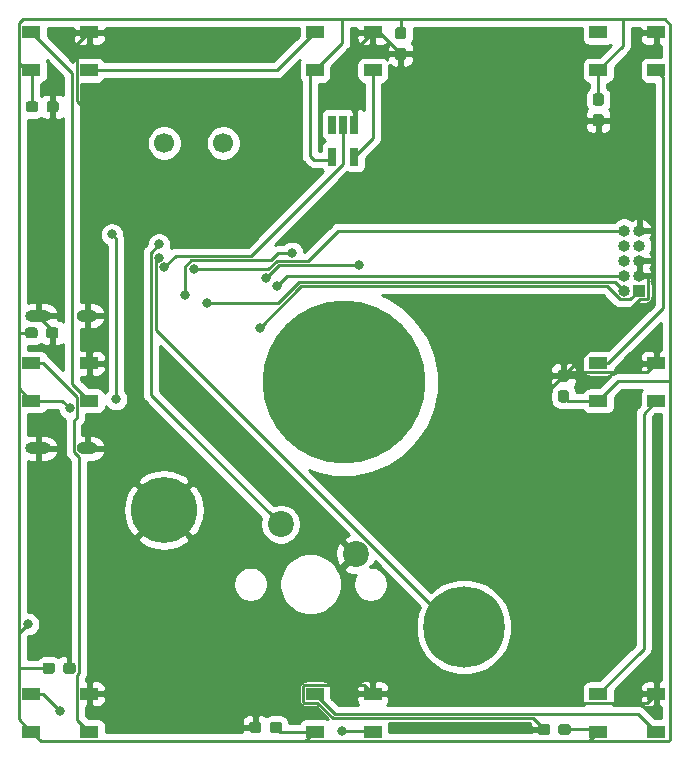
<source format=gbr>
%TF.GenerationSoftware,KiCad,Pcbnew,5.1.6-1*%
%TF.CreationDate,2020-09-26T18:39:16+00:00*%
%TF.ProjectId,bigbutton,62696762-7574-4746-9f6e-2e6b69636164,rev?*%
%TF.SameCoordinates,Original*%
%TF.FileFunction,Copper,L2,Bot*%
%TF.FilePolarity,Positive*%
%FSLAX46Y46*%
G04 Gerber Fmt 4.6, Leading zero omitted, Abs format (unit mm)*
G04 Created by KiCad (PCBNEW 5.1.6-1) date 2020-09-26 18:39:16*
%MOMM*%
%LPD*%
G01*
G04 APERTURE LIST*
%TA.AperFunction,WasherPad*%
%ADD10C,13.800000*%
%TD*%
%TA.AperFunction,ComponentPad*%
%ADD11C,5.600000*%
%TD*%
%TA.AperFunction,ComponentPad*%
%ADD12C,6.900000*%
%TD*%
%TA.AperFunction,ComponentPad*%
%ADD13O,2.200000X1.000000*%
%TD*%
%TA.AperFunction,ComponentPad*%
%ADD14O,1.800000X1.000000*%
%TD*%
%TA.AperFunction,ComponentPad*%
%ADD15C,1.700000*%
%TD*%
%TA.AperFunction,ComponentPad*%
%ADD16O,1.000000X1.000000*%
%TD*%
%TA.AperFunction,ComponentPad*%
%ADD17R,1.000000X1.000000*%
%TD*%
%TA.AperFunction,ComponentPad*%
%ADD18C,2.200000*%
%TD*%
%TA.AperFunction,SMDPad,CuDef*%
%ADD19R,0.650000X1.560000*%
%TD*%
%TA.AperFunction,SMDPad,CuDef*%
%ADD20R,1.500000X1.000000*%
%TD*%
%TA.AperFunction,ViaPad*%
%ADD21C,0.800000*%
%TD*%
%TA.AperFunction,Conductor*%
%ADD22C,0.250000*%
%TD*%
%TA.AperFunction,Conductor*%
%ADD23C,0.254000*%
%TD*%
G04 APERTURE END LIST*
D10*
%TO.P,SW3,*%
%TO.N,*%
X105000000Y-105000000D03*
D11*
%TO.P,SW3,2*%
%TO.N,GND*%
X89760000Y-115850000D03*
D12*
%TO.P,SW3,1*%
%TO.N,Net-(SW3-Pad1)*%
X115160000Y-125740000D03*
%TD*%
D13*
%TO.P,J2,S1*%
%TO.N,GND*%
X79116200Y-110620000D03*
X79116200Y-99380000D03*
D14*
X83296200Y-110620000D03*
X83296200Y-99380000D03*
%TD*%
D15*
%TO.P,X1,2*%
%TO.N,Net-(C9-Pad2)*%
X94789000Y-84759800D03*
%TO.P,X1,1*%
%TO.N,Net-(C10-Pad2)*%
X89789000Y-84759800D03*
%TD*%
D16*
%TO.P,J1,10*%
%TO.N,/~RST*%
X128727200Y-92176600D03*
%TO.P,J1,9*%
%TO.N,GND*%
X129997200Y-92176600D03*
%TO.P,J1,8*%
%TO.N,Net-(J1-Pad8)*%
X128727200Y-93446600D03*
%TO.P,J1,7*%
%TO.N,Net-(J1-Pad7)*%
X129997200Y-93446600D03*
%TO.P,J1,6*%
%TO.N,Net-(J1-Pad6)*%
X128727200Y-94716600D03*
%TO.P,J1,5*%
%TO.N,GND*%
X129997200Y-94716600D03*
%TO.P,J1,4*%
%TO.N,/SWCLK*%
X128727200Y-95986600D03*
%TO.P,J1,3*%
%TO.N,GND*%
X129997200Y-95986600D03*
%TO.P,J1,2*%
%TO.N,/SWDIO*%
X128727200Y-97256600D03*
D17*
%TO.P,J1,1*%
%TO.N,+3V3*%
X129997200Y-97256600D03*
%TD*%
D18*
%TO.P,SW2,2*%
%TO.N,GND*%
X105994200Y-119583200D03*
%TO.P,SW2,1*%
%TO.N,Net-(SW2-Pad1)*%
X99644200Y-117043200D03*
%TD*%
D19*
%TO.P,U4,5*%
%TO.N,+5V*%
X104002800Y-85906600D03*
%TO.P,U4,4*%
%TO.N,Net-(D1-Pad4)*%
X105902800Y-85906600D03*
%TO.P,U4,3*%
%TO.N,GND*%
X105902800Y-83206600D03*
%TO.P,U4,2*%
%TO.N,/MCU_DOUT*%
X104952800Y-83206600D03*
%TO.P,U4,1*%
%TO.N,Net-(U4-Pad1)*%
X104002800Y-83206600D03*
%TD*%
D20*
%TO.P,D8,1*%
%TO.N,+5V*%
X126550000Y-78600000D03*
%TO.P,D8,2*%
%TO.N,Net-(D8-Pad2)*%
X126550000Y-75400000D03*
%TO.P,D8,4*%
%TO.N,Net-(D7-Pad2)*%
X131450000Y-78600000D03*
%TO.P,D8,3*%
%TO.N,GND*%
X131450000Y-75400000D03*
%TD*%
%TO.P,D7,1*%
%TO.N,+5V*%
X126550000Y-106600000D03*
%TO.P,D7,2*%
%TO.N,Net-(D7-Pad2)*%
X126550000Y-103400000D03*
%TO.P,D7,4*%
%TO.N,Net-(D6-Pad2)*%
X131450000Y-106600000D03*
%TO.P,D7,3*%
%TO.N,GND*%
X131450000Y-103400000D03*
%TD*%
%TO.P,D6,1*%
%TO.N,+5V*%
X126550000Y-134600000D03*
%TO.P,D6,2*%
%TO.N,Net-(D6-Pad2)*%
X126550000Y-131400000D03*
%TO.P,D6,4*%
%TO.N,Net-(D5-Pad2)*%
X131450000Y-134600000D03*
%TO.P,D6,3*%
%TO.N,GND*%
X131450000Y-131400000D03*
%TD*%
%TO.P,D5,1*%
%TO.N,+5V*%
X102550000Y-134600000D03*
%TO.P,D5,2*%
%TO.N,Net-(D5-Pad2)*%
X102550000Y-131400000D03*
%TO.P,D5,4*%
%TO.N,Net-(D4-Pad2)*%
X107450000Y-134600000D03*
%TO.P,D5,3*%
%TO.N,GND*%
X107450000Y-131400000D03*
%TD*%
%TO.P,D4,1*%
%TO.N,+5V*%
X78550000Y-134600000D03*
%TO.P,D4,2*%
%TO.N,Net-(D4-Pad2)*%
X78550000Y-131400000D03*
%TO.P,D4,4*%
%TO.N,Net-(D3-Pad2)*%
X83450000Y-134600000D03*
%TO.P,D4,3*%
%TO.N,GND*%
X83450000Y-131400000D03*
%TD*%
%TO.P,D3,1*%
%TO.N,+5V*%
X78550000Y-106600000D03*
%TO.P,D3,2*%
%TO.N,Net-(D3-Pad2)*%
X78550000Y-103400000D03*
%TO.P,D3,4*%
%TO.N,Net-(D2-Pad2)*%
X83450000Y-106600000D03*
%TO.P,D3,3*%
%TO.N,GND*%
X83450000Y-103400000D03*
%TD*%
%TO.P,D2,1*%
%TO.N,+5V*%
X78550000Y-78600000D03*
%TO.P,D2,2*%
%TO.N,Net-(D2-Pad2)*%
X78550000Y-75400000D03*
%TO.P,D2,4*%
%TO.N,Net-(D1-Pad2)*%
X83450000Y-78600000D03*
%TO.P,D2,3*%
%TO.N,GND*%
X83450000Y-75400000D03*
%TD*%
%TO.P,D1,1*%
%TO.N,+5V*%
X102550000Y-78600000D03*
%TO.P,D1,2*%
%TO.N,Net-(D1-Pad2)*%
X102550000Y-75400000D03*
%TO.P,D1,4*%
%TO.N,Net-(D1-Pad4)*%
X107450000Y-78600000D03*
%TO.P,D1,3*%
%TO.N,GND*%
X107450000Y-75400000D03*
%TD*%
%TO.P,C19,2*%
%TO.N,GND*%
%TA.AperFunction,SMDPad,CuDef*%
G36*
G01*
X126305300Y-82304400D02*
X126780300Y-82304400D01*
G75*
G02*
X127017800Y-82541900I0J-237500D01*
G01*
X127017800Y-83116900D01*
G75*
G02*
X126780300Y-83354400I-237500J0D01*
G01*
X126305300Y-83354400D01*
G75*
G02*
X126067800Y-83116900I0J237500D01*
G01*
X126067800Y-82541900D01*
G75*
G02*
X126305300Y-82304400I237500J0D01*
G01*
G37*
%TD.AperFunction*%
%TO.P,C19,1*%
%TO.N,+5V*%
%TA.AperFunction,SMDPad,CuDef*%
G36*
G01*
X126305300Y-80554400D02*
X126780300Y-80554400D01*
G75*
G02*
X127017800Y-80791900I0J-237500D01*
G01*
X127017800Y-81366900D01*
G75*
G02*
X126780300Y-81604400I-237500J0D01*
G01*
X126305300Y-81604400D01*
G75*
G02*
X126067800Y-81366900I0J237500D01*
G01*
X126067800Y-80791900D01*
G75*
G02*
X126305300Y-80554400I237500J0D01*
G01*
G37*
%TD.AperFunction*%
%TD*%
%TO.P,C18,2*%
%TO.N,GND*%
%TA.AperFunction,SMDPad,CuDef*%
G36*
G01*
X123833900Y-104983800D02*
X123358900Y-104983800D01*
G75*
G02*
X123121400Y-104746300I0J237500D01*
G01*
X123121400Y-104171300D01*
G75*
G02*
X123358900Y-103933800I237500J0D01*
G01*
X123833900Y-103933800D01*
G75*
G02*
X124071400Y-104171300I0J-237500D01*
G01*
X124071400Y-104746300D01*
G75*
G02*
X123833900Y-104983800I-237500J0D01*
G01*
G37*
%TD.AperFunction*%
%TO.P,C18,1*%
%TO.N,+5V*%
%TA.AperFunction,SMDPad,CuDef*%
G36*
G01*
X123833900Y-106733800D02*
X123358900Y-106733800D01*
G75*
G02*
X123121400Y-106496300I0J237500D01*
G01*
X123121400Y-105921300D01*
G75*
G02*
X123358900Y-105683800I237500J0D01*
G01*
X123833900Y-105683800D01*
G75*
G02*
X124071400Y-105921300I0J-237500D01*
G01*
X124071400Y-106496300D01*
G75*
G02*
X123833900Y-106733800I-237500J0D01*
G01*
G37*
%TD.AperFunction*%
%TD*%
%TO.P,C17,2*%
%TO.N,GND*%
%TA.AperFunction,SMDPad,CuDef*%
G36*
G01*
X122459000Y-134179300D02*
X122459000Y-134654300D01*
G75*
G02*
X122221500Y-134891800I-237500J0D01*
G01*
X121646500Y-134891800D01*
G75*
G02*
X121409000Y-134654300I0J237500D01*
G01*
X121409000Y-134179300D01*
G75*
G02*
X121646500Y-133941800I237500J0D01*
G01*
X122221500Y-133941800D01*
G75*
G02*
X122459000Y-134179300I0J-237500D01*
G01*
G37*
%TD.AperFunction*%
%TO.P,C17,1*%
%TO.N,+5V*%
%TA.AperFunction,SMDPad,CuDef*%
G36*
G01*
X124209000Y-134179300D02*
X124209000Y-134654300D01*
G75*
G02*
X123971500Y-134891800I-237500J0D01*
G01*
X123396500Y-134891800D01*
G75*
G02*
X123159000Y-134654300I0J237500D01*
G01*
X123159000Y-134179300D01*
G75*
G02*
X123396500Y-133941800I237500J0D01*
G01*
X123971500Y-133941800D01*
G75*
G02*
X124209000Y-134179300I0J-237500D01*
G01*
G37*
%TD.AperFunction*%
%TD*%
%TO.P,C16,2*%
%TO.N,GND*%
%TA.AperFunction,SMDPad,CuDef*%
G36*
G01*
X98024200Y-134001500D02*
X98024200Y-134476500D01*
G75*
G02*
X97786700Y-134714000I-237500J0D01*
G01*
X97211700Y-134714000D01*
G75*
G02*
X96974200Y-134476500I0J237500D01*
G01*
X96974200Y-134001500D01*
G75*
G02*
X97211700Y-133764000I237500J0D01*
G01*
X97786700Y-133764000D01*
G75*
G02*
X98024200Y-134001500I0J-237500D01*
G01*
G37*
%TD.AperFunction*%
%TO.P,C16,1*%
%TO.N,+5V*%
%TA.AperFunction,SMDPad,CuDef*%
G36*
G01*
X99774200Y-134001500D02*
X99774200Y-134476500D01*
G75*
G02*
X99536700Y-134714000I-237500J0D01*
G01*
X98961700Y-134714000D01*
G75*
G02*
X98724200Y-134476500I0J237500D01*
G01*
X98724200Y-134001500D01*
G75*
G02*
X98961700Y-133764000I237500J0D01*
G01*
X99536700Y-133764000D01*
G75*
G02*
X99774200Y-134001500I0J-237500D01*
G01*
G37*
%TD.AperFunction*%
%TD*%
%TO.P,C15,2*%
%TO.N,GND*%
%TA.AperFunction,SMDPad,CuDef*%
G36*
G01*
X81249000Y-129472700D02*
X81249000Y-128997700D01*
G75*
G02*
X81486500Y-128760200I237500J0D01*
G01*
X82061500Y-128760200D01*
G75*
G02*
X82299000Y-128997700I0J-237500D01*
G01*
X82299000Y-129472700D01*
G75*
G02*
X82061500Y-129710200I-237500J0D01*
G01*
X81486500Y-129710200D01*
G75*
G02*
X81249000Y-129472700I0J237500D01*
G01*
G37*
%TD.AperFunction*%
%TO.P,C15,1*%
%TO.N,+5V*%
%TA.AperFunction,SMDPad,CuDef*%
G36*
G01*
X79499000Y-129472700D02*
X79499000Y-128997700D01*
G75*
G02*
X79736500Y-128760200I237500J0D01*
G01*
X80311500Y-128760200D01*
G75*
G02*
X80549000Y-128997700I0J-237500D01*
G01*
X80549000Y-129472700D01*
G75*
G02*
X80311500Y-129710200I-237500J0D01*
G01*
X79736500Y-129710200D01*
G75*
G02*
X79499000Y-129472700I0J237500D01*
G01*
G37*
%TD.AperFunction*%
%TD*%
%TO.P,C14,2*%
%TO.N,GND*%
%TA.AperFunction,SMDPad,CuDef*%
G36*
G01*
X79775800Y-101075500D02*
X79775800Y-100600500D01*
G75*
G02*
X80013300Y-100363000I237500J0D01*
G01*
X80588300Y-100363000D01*
G75*
G02*
X80825800Y-100600500I0J-237500D01*
G01*
X80825800Y-101075500D01*
G75*
G02*
X80588300Y-101313000I-237500J0D01*
G01*
X80013300Y-101313000D01*
G75*
G02*
X79775800Y-101075500I0J237500D01*
G01*
G37*
%TD.AperFunction*%
%TO.P,C14,1*%
%TO.N,+5V*%
%TA.AperFunction,SMDPad,CuDef*%
G36*
G01*
X78025800Y-101075500D02*
X78025800Y-100600500D01*
G75*
G02*
X78263300Y-100363000I237500J0D01*
G01*
X78838300Y-100363000D01*
G75*
G02*
X79075800Y-100600500I0J-237500D01*
G01*
X79075800Y-101075500D01*
G75*
G02*
X78838300Y-101313000I-237500J0D01*
G01*
X78263300Y-101313000D01*
G75*
G02*
X78025800Y-101075500I0J237500D01*
G01*
G37*
%TD.AperFunction*%
%TD*%
%TO.P,C13,2*%
%TO.N,GND*%
%TA.AperFunction,SMDPad,CuDef*%
G36*
G01*
X79826600Y-81923900D02*
X79826600Y-81448900D01*
G75*
G02*
X80064100Y-81211400I237500J0D01*
G01*
X80639100Y-81211400D01*
G75*
G02*
X80876600Y-81448900I0J-237500D01*
G01*
X80876600Y-81923900D01*
G75*
G02*
X80639100Y-82161400I-237500J0D01*
G01*
X80064100Y-82161400D01*
G75*
G02*
X79826600Y-81923900I0J237500D01*
G01*
G37*
%TD.AperFunction*%
%TO.P,C13,1*%
%TO.N,+5V*%
%TA.AperFunction,SMDPad,CuDef*%
G36*
G01*
X78076600Y-81923900D02*
X78076600Y-81448900D01*
G75*
G02*
X78314100Y-81211400I237500J0D01*
G01*
X78889100Y-81211400D01*
G75*
G02*
X79126600Y-81448900I0J-237500D01*
G01*
X79126600Y-81923900D01*
G75*
G02*
X78889100Y-82161400I-237500J0D01*
G01*
X78314100Y-82161400D01*
G75*
G02*
X78076600Y-81923900I0J237500D01*
G01*
G37*
%TD.AperFunction*%
%TD*%
%TO.P,C12,2*%
%TO.N,GND*%
%TA.AperFunction,SMDPad,CuDef*%
G36*
G01*
X109566700Y-76691000D02*
X110041700Y-76691000D01*
G75*
G02*
X110279200Y-76928500I0J-237500D01*
G01*
X110279200Y-77503500D01*
G75*
G02*
X110041700Y-77741000I-237500J0D01*
G01*
X109566700Y-77741000D01*
G75*
G02*
X109329200Y-77503500I0J237500D01*
G01*
X109329200Y-76928500D01*
G75*
G02*
X109566700Y-76691000I237500J0D01*
G01*
G37*
%TD.AperFunction*%
%TO.P,C12,1*%
%TO.N,+5V*%
%TA.AperFunction,SMDPad,CuDef*%
G36*
G01*
X109566700Y-74941000D02*
X110041700Y-74941000D01*
G75*
G02*
X110279200Y-75178500I0J-237500D01*
G01*
X110279200Y-75753500D01*
G75*
G02*
X110041700Y-75991000I-237500J0D01*
G01*
X109566700Y-75991000D01*
G75*
G02*
X109329200Y-75753500I0J237500D01*
G01*
X109329200Y-75178500D01*
G75*
G02*
X109566700Y-74941000I237500J0D01*
G01*
G37*
%TD.AperFunction*%
%TD*%
D21*
%TO.N,GND*%
X87250000Y-86000000D03*
X114150000Y-83100000D03*
%TO.N,+3V3*%
X97900000Y-100400000D03*
%TO.N,+5V*%
X78250000Y-125500000D03*
X81795989Y-107236805D03*
%TO.N,Net-(D4-Pad2)*%
X81000000Y-132850000D03*
X104850000Y-134550000D03*
%TO.N,/USB_CC2*%
X85700000Y-106450000D03*
X85350000Y-92500000D03*
%TO.N,/I2C_SCL*%
X91550000Y-97600000D03*
X100600000Y-94070979D03*
%TO.N,/BOOT0*%
X98400000Y-96200000D03*
X106300000Y-95100000D03*
%TO.N,/SWCLK*%
X99370410Y-96879590D03*
%TO.N,/SWDIO*%
X93449999Y-98300001D03*
%TO.N,/MCU_DOUT*%
X89775750Y-95281351D03*
%TO.N,Net-(SW3-Pad1)*%
X89345591Y-94460184D03*
%TO.N,Net-(SW2-Pad1)*%
X89350000Y-93350000D03*
%TO.N,/~RST*%
X92300000Y-95450000D03*
%TD*%
D22*
%TO.N,GND*%
X83296200Y-103246200D02*
X83450000Y-103400000D01*
X83296200Y-99380000D02*
X83296200Y-103246200D01*
X120366401Y-132152001D02*
X130697999Y-132152001D01*
X130697999Y-132152001D02*
X131450000Y-131400000D01*
X119659400Y-131445000D02*
X120366401Y-132152001D01*
X119634000Y-108421200D02*
X123596400Y-104458800D01*
X119634000Y-120065800D02*
X119634000Y-108421200D01*
X80300800Y-100838000D02*
X80300800Y-100564600D01*
X80300800Y-100564600D02*
X79116200Y-99380000D01*
X83296200Y-92067326D02*
X83296200Y-99380000D01*
X119634000Y-131419600D02*
X119659400Y-131445000D01*
X119634000Y-120065800D02*
X119634000Y-131419600D01*
X106697999Y-130647999D02*
X107450000Y-131400000D01*
X101547999Y-132101601D02*
X101547999Y-130698399D01*
X101547999Y-130698399D02*
X101598399Y-130647999D01*
X101598399Y-132152001D02*
X101547999Y-132101601D01*
X102768829Y-132152001D02*
X101598399Y-132152001D01*
X101598399Y-130647999D02*
X106697999Y-130647999D01*
X104089837Y-133473009D02*
X102768829Y-132152001D01*
X120990209Y-133473009D02*
X104089837Y-133473009D01*
X121934000Y-134416800D02*
X120990209Y-133473009D01*
X123903199Y-104152001D02*
X123596400Y-104458800D01*
X130697999Y-104152001D02*
X123903199Y-104152001D01*
X131450000Y-103400000D02*
X130697999Y-104152001D01*
X105902800Y-76947200D02*
X105902800Y-83206600D01*
X107450000Y-75400000D02*
X105902800Y-76947200D01*
X107988200Y-75400000D02*
X109804200Y-77216000D01*
X107450000Y-75400000D02*
X107988200Y-75400000D01*
X80351600Y-81686400D02*
X80351600Y-87148400D01*
X79116200Y-88383800D02*
X79116200Y-99380000D01*
X80351600Y-87148400D02*
X79116200Y-88383800D01*
X87039244Y-88324282D02*
X83296200Y-92067326D01*
X87250000Y-88113526D02*
X87039244Y-88324282D01*
X87250000Y-86000000D02*
X87250000Y-88113526D01*
X82447999Y-81197999D02*
X87250000Y-86000000D01*
X82447999Y-76402001D02*
X82447999Y-81197999D01*
X83450000Y-75400000D02*
X82447999Y-76402001D01*
X125407201Y-102647999D02*
X123596400Y-104458800D01*
X130046599Y-98008601D02*
X125407201Y-102647999D01*
X130704306Y-95986600D02*
X130749201Y-96031495D01*
X130749201Y-96031495D02*
X130749201Y-97958201D01*
X129997200Y-95986600D02*
X130704306Y-95986600D01*
X130749201Y-97958201D02*
X130698801Y-98008601D01*
X130698801Y-98008601D02*
X130046599Y-98008601D01*
%TO.N,+3V3*%
X128366239Y-98008601D02*
X129245199Y-98008601D01*
X101393976Y-96906024D02*
X106525288Y-96906024D01*
X106531313Y-96899999D02*
X127257637Y-96899999D01*
X106525288Y-96906024D02*
X106531313Y-96899999D01*
X129245199Y-98008601D02*
X129997200Y-97256600D01*
X97900000Y-100400000D02*
X101393976Y-96906024D01*
X127257637Y-96899999D02*
X128366239Y-98008601D01*
%TO.N,+5V*%
X77474999Y-133524999D02*
X78550000Y-134600000D01*
X101724999Y-135425001D02*
X102550000Y-134600000D01*
X78550000Y-134600000D02*
X79375001Y-135425001D01*
X125724999Y-135425001D02*
X126550000Y-134600000D01*
X103375001Y-135425001D02*
X125724999Y-135425001D01*
X103375001Y-135425001D02*
X101439801Y-135425001D01*
X79375001Y-135425001D02*
X101439801Y-135425001D01*
X101439801Y-135425001D02*
X101724999Y-135425001D01*
X132460001Y-135425001D02*
X132613400Y-135271602D01*
X125724999Y-135425001D02*
X132460001Y-135425001D01*
X132613400Y-74728398D02*
X132180002Y-74295000D01*
X77474999Y-105524999D02*
X78550000Y-106600000D01*
X77819998Y-74295000D02*
X77474999Y-74639999D01*
X77474999Y-105524999D02*
X77474999Y-108529201D01*
X128222600Y-104927400D02*
X132613400Y-104927400D01*
X126550000Y-106600000D02*
X128222600Y-104927400D01*
X132613400Y-135271602D02*
X132613400Y-104927400D01*
X132613400Y-104927400D02*
X132613400Y-74728398D01*
X128625600Y-76524400D02*
X128625600Y-74295000D01*
X126550000Y-78600000D02*
X128625600Y-76524400D01*
X132180002Y-74295000D02*
X128625600Y-74295000D01*
X104876600Y-76273400D02*
X104876600Y-74295000D01*
X104876600Y-74295000D02*
X77819998Y-74295000D01*
X78550000Y-78600000D02*
X78076598Y-78600000D01*
X78076598Y-78600000D02*
X77474999Y-77998401D01*
X77474999Y-74639999D02*
X77474999Y-77998401D01*
X102550000Y-78600000D02*
X103935400Y-77214600D01*
X103935400Y-77214600D02*
X104876600Y-76273400D01*
X77474999Y-77998401D02*
X77474999Y-97581801D01*
X77474999Y-129189399D02*
X77474999Y-133524999D01*
X99610200Y-134600000D02*
X99249200Y-134239000D01*
X102550000Y-134600000D02*
X99610200Y-134600000D01*
X77520800Y-129235200D02*
X77474999Y-129189399D01*
X80024000Y-129235200D02*
X77520800Y-129235200D01*
X126366800Y-134416800D02*
X126550000Y-134600000D01*
X123684000Y-134416800D02*
X126366800Y-134416800D01*
X123987600Y-106600000D02*
X123596400Y-106208800D01*
X126550000Y-106600000D02*
X123987600Y-106600000D01*
X126550000Y-81072200D02*
X126542800Y-81079400D01*
X126550000Y-78600000D02*
X126550000Y-81072200D01*
X77611998Y-100838000D02*
X77474999Y-100974999D01*
X78550800Y-100838000D02*
X77611998Y-100838000D01*
X77474999Y-97581801D02*
X77474999Y-100974999D01*
X77474999Y-100974999D02*
X77474999Y-105524999D01*
X77474999Y-128025001D02*
X77474999Y-129189399D01*
X102097999Y-85839560D02*
X102437039Y-86178600D01*
X103730800Y-86178600D02*
X104002800Y-85906600D01*
X102097999Y-79052001D02*
X102097999Y-85839560D01*
X102437039Y-86178600D02*
X103730800Y-86178600D01*
X102550000Y-78600000D02*
X102097999Y-79052001D01*
X109804200Y-74304200D02*
X109795000Y-74295000D01*
X128625600Y-74295000D02*
X109795000Y-74295000D01*
X109804200Y-75466000D02*
X109804200Y-74304200D01*
X109795000Y-74295000D02*
X104876600Y-74295000D01*
X78601600Y-78651600D02*
X78550000Y-78600000D01*
X78601600Y-81686400D02*
X78601600Y-78651600D01*
X78250000Y-125500000D02*
X77474999Y-126275001D01*
X77474999Y-108529201D02*
X77474999Y-126724999D01*
X77474999Y-126724999D02*
X77474999Y-128025001D01*
X81159184Y-106600000D02*
X81795989Y-107236805D01*
X78550000Y-106600000D02*
X81159184Y-106600000D01*
%TO.N,Net-(D1-Pad2)*%
X99350000Y-78600000D02*
X102550000Y-75400000D01*
X83450000Y-78600000D02*
X99350000Y-78600000D01*
%TO.N,Net-(D1-Pad4)*%
X107450000Y-84359400D02*
X105902800Y-85906600D01*
X107450000Y-78600000D02*
X107450000Y-84359400D01*
%TO.N,Net-(D2-Pad2)*%
X82000000Y-78850000D02*
X82000000Y-105150000D01*
X78550000Y-75400000D02*
X82000000Y-78850000D01*
X82000000Y-105150000D02*
X83450000Y-106600000D01*
%TO.N,Net-(D3-Pad2)*%
X79550000Y-103400000D02*
X78550000Y-103400000D01*
X82112962Y-110900264D02*
X82112962Y-108302002D01*
X82112962Y-108302002D02*
X82447999Y-107966965D01*
X82447999Y-106297999D02*
X79550000Y-103400000D01*
X83450000Y-134600000D02*
X82447999Y-133597999D01*
X82447999Y-107966965D02*
X82447999Y-106297999D01*
X82551010Y-111338312D02*
X82112962Y-110900264D01*
X82551010Y-129675464D02*
X82551010Y-111338312D01*
X82447999Y-133597999D02*
X82447999Y-129778475D01*
X82447999Y-129778475D02*
X82551010Y-129675464D01*
%TO.N,Net-(D4-Pad2)*%
X78550000Y-131400000D02*
X79550000Y-131400000D01*
X79550000Y-131400000D02*
X81000000Y-132850000D01*
X107400000Y-134550000D02*
X107450000Y-134600000D01*
X104850000Y-134550000D02*
X107400000Y-134550000D01*
%TO.N,Net-(D5-Pad2)*%
X104246000Y-133096000D02*
X102550000Y-131400000D01*
X131450000Y-134600000D02*
X129946000Y-133096000D01*
X129946000Y-133096000D02*
X104246000Y-133096000D01*
%TO.N,Net-(D6-Pad2)*%
X130374999Y-107675001D02*
X130374999Y-127575001D01*
X130374999Y-127575001D02*
X126550000Y-131400000D01*
X131450000Y-106600000D02*
X130374999Y-107675001D01*
%TO.N,Net-(D7-Pad2)*%
X127350000Y-103400000D02*
X126550000Y-103400000D01*
X132000000Y-98750000D02*
X127350000Y-103400000D01*
X131450000Y-78600000D02*
X132000000Y-79150000D01*
X132000000Y-79150000D02*
X132000000Y-98750000D01*
%TO.N,/USB_CC2*%
X85700000Y-92850000D02*
X85350000Y-92500000D01*
X85700000Y-106450000D02*
X85700000Y-92850000D01*
%TO.N,/I2C_SCL*%
X91550000Y-95235036D02*
X92085036Y-94700000D01*
X99462673Y-94070979D02*
X100600000Y-94070979D01*
X92085036Y-94700000D02*
X98833652Y-94700000D01*
X91550000Y-97600000D02*
X91550000Y-95235036D01*
X98833652Y-94700000D02*
X99462673Y-94070979D01*
%TO.N,/BOOT0*%
X98400000Y-96200000D02*
X99500000Y-95100000D01*
X99500000Y-95100000D02*
X106300000Y-95100000D01*
%TO.N,/SWCLK*%
X128020094Y-95986600D02*
X128727200Y-95986600D01*
X99370410Y-96879590D02*
X100197998Y-96052002D01*
X100197998Y-96052002D02*
X127954692Y-96052002D01*
X127954692Y-96052002D02*
X128020094Y-95986600D01*
%TO.N,/SWDIO*%
X127993588Y-96522988D02*
X106375150Y-96522988D01*
X106375150Y-96522988D02*
X106369125Y-96529013D01*
X106369125Y-96529013D02*
X101237813Y-96529013D01*
X99466825Y-98300001D02*
X93449999Y-98300001D01*
X101237813Y-96529013D02*
X99466825Y-98300001D01*
X128727200Y-97256600D02*
X127993588Y-96522988D01*
%TO.N,/MCU_DOUT*%
X90757101Y-94300000D02*
X89775750Y-95281351D01*
X97168002Y-94300000D02*
X90757101Y-94300000D01*
X104952800Y-83206600D02*
X104952800Y-86515202D01*
X104952800Y-86515202D02*
X97168002Y-94300000D01*
%TO.N,Net-(SW3-Pad1)*%
X89075048Y-94730727D02*
X89345591Y-94460184D01*
X89075048Y-100555848D02*
X89075048Y-94730727D01*
X115160000Y-125740000D02*
X114259200Y-125740000D01*
X114259200Y-125740000D02*
X89075048Y-100555848D01*
%TO.N,Net-(SW2-Pad1)*%
X99644200Y-117043200D02*
X90300500Y-107699500D01*
X90300500Y-107699500D02*
X90191989Y-107590989D01*
X90300500Y-107699500D02*
X88665131Y-106064131D01*
X88665131Y-106064131D02*
X88665131Y-94034869D01*
X88665131Y-94034869D02*
X89350000Y-93350000D01*
%TO.N,/~RST*%
X128727200Y-92176600D02*
X104523878Y-92176600D01*
X104523878Y-92176600D02*
X101977489Y-94722989D01*
X101977489Y-94722989D02*
X99343837Y-94722989D01*
X98616826Y-95450000D02*
X92865685Y-95450000D01*
X99343837Y-94722989D02*
X98616826Y-95450000D01*
X92865685Y-95450000D02*
X92300000Y-95450000D01*
%TD*%
D23*
%TO.N,GND*%
G36*
X106065000Y-75114250D02*
G01*
X106223750Y-75273000D01*
X107323000Y-75273000D01*
X107323000Y-75253000D01*
X107577000Y-75253000D01*
X107577000Y-75273000D01*
X107597000Y-75273000D01*
X107597000Y-75527000D01*
X107577000Y-75527000D01*
X107577000Y-76376250D01*
X107735750Y-76535000D01*
X108200000Y-76538072D01*
X108324482Y-76525812D01*
X108444180Y-76489502D01*
X108554494Y-76430537D01*
X108651185Y-76351185D01*
X108730537Y-76254494D01*
X108788502Y-76146050D01*
X108838688Y-76239942D01*
X108858299Y-76263839D01*
X108798663Y-76336506D01*
X108739698Y-76446820D01*
X108703388Y-76566518D01*
X108691128Y-76691000D01*
X108694200Y-76930250D01*
X108852950Y-77089000D01*
X109677200Y-77089000D01*
X109677200Y-77069000D01*
X109931200Y-77069000D01*
X109931200Y-77089000D01*
X110755450Y-77089000D01*
X110914200Y-76930250D01*
X110917272Y-76691000D01*
X110905012Y-76566518D01*
X110868702Y-76446820D01*
X110809737Y-76336506D01*
X110750101Y-76263839D01*
X110769712Y-76239942D01*
X110850623Y-76088567D01*
X110900448Y-75924316D01*
X110917272Y-75753500D01*
X110917272Y-75178500D01*
X110905108Y-75055000D01*
X125161928Y-75055000D01*
X125161928Y-75900000D01*
X125174188Y-76024482D01*
X125210498Y-76144180D01*
X125269463Y-76254494D01*
X125348815Y-76351185D01*
X125445506Y-76430537D01*
X125555820Y-76489502D01*
X125675518Y-76525812D01*
X125800000Y-76538072D01*
X127300000Y-76538072D01*
X127424482Y-76525812D01*
X127544180Y-76489502D01*
X127633370Y-76441828D01*
X126613271Y-77461928D01*
X125800000Y-77461928D01*
X125675518Y-77474188D01*
X125555820Y-77510498D01*
X125445506Y-77569463D01*
X125348815Y-77648815D01*
X125269463Y-77745506D01*
X125210498Y-77855820D01*
X125174188Y-77975518D01*
X125161928Y-78100000D01*
X125161928Y-79100000D01*
X125174188Y-79224482D01*
X125210498Y-79344180D01*
X125269463Y-79454494D01*
X125348815Y-79551185D01*
X125445506Y-79630537D01*
X125555820Y-79689502D01*
X125675518Y-79725812D01*
X125790000Y-79737087D01*
X125790001Y-80087571D01*
X125686177Y-80172777D01*
X125577288Y-80305458D01*
X125496377Y-80456833D01*
X125446552Y-80621084D01*
X125429728Y-80791900D01*
X125429728Y-81366900D01*
X125446552Y-81537716D01*
X125496377Y-81701967D01*
X125577288Y-81853342D01*
X125596899Y-81877239D01*
X125537263Y-81949906D01*
X125478298Y-82060220D01*
X125441988Y-82179918D01*
X125429728Y-82304400D01*
X125432800Y-82543650D01*
X125591550Y-82702400D01*
X126415800Y-82702400D01*
X126415800Y-82682400D01*
X126669800Y-82682400D01*
X126669800Y-82702400D01*
X127494050Y-82702400D01*
X127652800Y-82543650D01*
X127655872Y-82304400D01*
X127643612Y-82179918D01*
X127607302Y-82060220D01*
X127548337Y-81949906D01*
X127488701Y-81877239D01*
X127508312Y-81853342D01*
X127589223Y-81701967D01*
X127639048Y-81537716D01*
X127655872Y-81366900D01*
X127655872Y-80791900D01*
X127639048Y-80621084D01*
X127589223Y-80456833D01*
X127508312Y-80305458D01*
X127399423Y-80172777D01*
X127310000Y-80099389D01*
X127310000Y-79737087D01*
X127424482Y-79725812D01*
X127544180Y-79689502D01*
X127654494Y-79630537D01*
X127751185Y-79551185D01*
X127830537Y-79454494D01*
X127889502Y-79344180D01*
X127925812Y-79224482D01*
X127938072Y-79100000D01*
X127938072Y-78286729D01*
X129136604Y-77088198D01*
X129165601Y-77064401D01*
X129260574Y-76948676D01*
X129331146Y-76816647D01*
X129374603Y-76673386D01*
X129385600Y-76561733D01*
X129385600Y-76561725D01*
X129389276Y-76524400D01*
X129385600Y-76487075D01*
X129385600Y-75900000D01*
X130061928Y-75900000D01*
X130074188Y-76024482D01*
X130110498Y-76144180D01*
X130169463Y-76254494D01*
X130248815Y-76351185D01*
X130345506Y-76430537D01*
X130455820Y-76489502D01*
X130575518Y-76525812D01*
X130700000Y-76538072D01*
X131164250Y-76535000D01*
X131323000Y-76376250D01*
X131323000Y-75527000D01*
X130223750Y-75527000D01*
X130065000Y-75685750D01*
X130061928Y-75900000D01*
X129385600Y-75900000D01*
X129385600Y-75055000D01*
X130064150Y-75055000D01*
X130065000Y-75114250D01*
X130223750Y-75273000D01*
X131323000Y-75273000D01*
X131323000Y-75253000D01*
X131577000Y-75253000D01*
X131577000Y-75273000D01*
X131597000Y-75273000D01*
X131597000Y-75527000D01*
X131577000Y-75527000D01*
X131577000Y-76376250D01*
X131735750Y-76535000D01*
X131853401Y-76535779D01*
X131853401Y-77461928D01*
X130700000Y-77461928D01*
X130575518Y-77474188D01*
X130455820Y-77510498D01*
X130345506Y-77569463D01*
X130248815Y-77648815D01*
X130169463Y-77745506D01*
X130110498Y-77855820D01*
X130074188Y-77975518D01*
X130061928Y-78100000D01*
X130061928Y-79100000D01*
X130074188Y-79224482D01*
X130110498Y-79344180D01*
X130169463Y-79454494D01*
X130248815Y-79551185D01*
X130345506Y-79630537D01*
X130455820Y-79689502D01*
X130575518Y-79725812D01*
X130700000Y-79738072D01*
X131240000Y-79738072D01*
X131240001Y-98435197D01*
X127403115Y-102272084D01*
X127300000Y-102261928D01*
X125800000Y-102261928D01*
X125675518Y-102274188D01*
X125555820Y-102310498D01*
X125445506Y-102369463D01*
X125348815Y-102448815D01*
X125269463Y-102545506D01*
X125210498Y-102655820D01*
X125174188Y-102775518D01*
X125161928Y-102900000D01*
X125161928Y-103900000D01*
X125174188Y-104024482D01*
X125210498Y-104144180D01*
X125269463Y-104254494D01*
X125348815Y-104351185D01*
X125445506Y-104430537D01*
X125555820Y-104489502D01*
X125675518Y-104525812D01*
X125800000Y-104538072D01*
X127300000Y-104538072D01*
X127424482Y-104525812D01*
X127544180Y-104489502D01*
X127633370Y-104441828D01*
X126613271Y-105461928D01*
X125800000Y-105461928D01*
X125675518Y-105474188D01*
X125555820Y-105510498D01*
X125445506Y-105569463D01*
X125348815Y-105648815D01*
X125269463Y-105745506D01*
X125218954Y-105840000D01*
X124701465Y-105840000D01*
X124692648Y-105750484D01*
X124642823Y-105586233D01*
X124561912Y-105434858D01*
X124542301Y-105410961D01*
X124601937Y-105338294D01*
X124660902Y-105227980D01*
X124697212Y-105108282D01*
X124709472Y-104983800D01*
X124706400Y-104744550D01*
X124547650Y-104585800D01*
X123723400Y-104585800D01*
X123723400Y-104605800D01*
X123469400Y-104605800D01*
X123469400Y-104585800D01*
X122645150Y-104585800D01*
X122486400Y-104744550D01*
X122483328Y-104983800D01*
X122495588Y-105108282D01*
X122531898Y-105227980D01*
X122590863Y-105338294D01*
X122650499Y-105410961D01*
X122630888Y-105434858D01*
X122549977Y-105586233D01*
X122500152Y-105750484D01*
X122483328Y-105921300D01*
X122483328Y-106496300D01*
X122500152Y-106667116D01*
X122549977Y-106831367D01*
X122630888Y-106982742D01*
X122739777Y-107115423D01*
X122872458Y-107224312D01*
X123023833Y-107305223D01*
X123188084Y-107355048D01*
X123358900Y-107371872D01*
X123833900Y-107371872D01*
X123952357Y-107360205D01*
X123987599Y-107363676D01*
X124024922Y-107360000D01*
X125218954Y-107360000D01*
X125269463Y-107454494D01*
X125348815Y-107551185D01*
X125445506Y-107630537D01*
X125555820Y-107689502D01*
X125675518Y-107725812D01*
X125800000Y-107738072D01*
X127300000Y-107738072D01*
X127424482Y-107725812D01*
X127544180Y-107689502D01*
X127654494Y-107630537D01*
X127751185Y-107551185D01*
X127830537Y-107454494D01*
X127889502Y-107344180D01*
X127925812Y-107224482D01*
X127938072Y-107100000D01*
X127938072Y-106286730D01*
X128537402Y-105687400D01*
X130217149Y-105687400D01*
X130169463Y-105745506D01*
X130110498Y-105855820D01*
X130074188Y-105975518D01*
X130061928Y-106100000D01*
X130061928Y-106913271D01*
X129864001Y-107111197D01*
X129834998Y-107135000D01*
X129791095Y-107188497D01*
X129740025Y-107250725D01*
X129687494Y-107349003D01*
X129669453Y-107382755D01*
X129625996Y-107526016D01*
X129614999Y-107637669D01*
X129614999Y-107637679D01*
X129611323Y-107675001D01*
X129614999Y-107712323D01*
X129615000Y-127260197D01*
X126613271Y-130261928D01*
X125800000Y-130261928D01*
X125675518Y-130274188D01*
X125555820Y-130310498D01*
X125445506Y-130369463D01*
X125348815Y-130448815D01*
X125269463Y-130545506D01*
X125210498Y-130655820D01*
X125174188Y-130775518D01*
X125161928Y-130900000D01*
X125161928Y-131900000D01*
X125174188Y-132024482D01*
X125210498Y-132144180D01*
X125269463Y-132254494D01*
X125336353Y-132336000D01*
X108663647Y-132336000D01*
X108730537Y-132254494D01*
X108789502Y-132144180D01*
X108825812Y-132024482D01*
X108838072Y-131900000D01*
X108835000Y-131685750D01*
X108676250Y-131527000D01*
X107577000Y-131527000D01*
X107577000Y-131547000D01*
X107323000Y-131547000D01*
X107323000Y-131527000D01*
X106223750Y-131527000D01*
X106065000Y-131685750D01*
X106061928Y-131900000D01*
X106074188Y-132024482D01*
X106110498Y-132144180D01*
X106169463Y-132254494D01*
X106236353Y-132336000D01*
X104560802Y-132336000D01*
X103938072Y-131713270D01*
X103938072Y-130900000D01*
X106061928Y-130900000D01*
X106065000Y-131114250D01*
X106223750Y-131273000D01*
X107323000Y-131273000D01*
X107323000Y-130423750D01*
X107577000Y-130423750D01*
X107577000Y-131273000D01*
X108676250Y-131273000D01*
X108835000Y-131114250D01*
X108838072Y-130900000D01*
X108825812Y-130775518D01*
X108789502Y-130655820D01*
X108730537Y-130545506D01*
X108651185Y-130448815D01*
X108554494Y-130369463D01*
X108444180Y-130310498D01*
X108324482Y-130274188D01*
X108200000Y-130261928D01*
X107735750Y-130265000D01*
X107577000Y-130423750D01*
X107323000Y-130423750D01*
X107164250Y-130265000D01*
X106700000Y-130261928D01*
X106575518Y-130274188D01*
X106455820Y-130310498D01*
X106345506Y-130369463D01*
X106248815Y-130448815D01*
X106169463Y-130545506D01*
X106110498Y-130655820D01*
X106074188Y-130775518D01*
X106061928Y-130900000D01*
X103938072Y-130900000D01*
X103925812Y-130775518D01*
X103889502Y-130655820D01*
X103830537Y-130545506D01*
X103751185Y-130448815D01*
X103654494Y-130369463D01*
X103544180Y-130310498D01*
X103424482Y-130274188D01*
X103300000Y-130261928D01*
X101800000Y-130261928D01*
X101675518Y-130274188D01*
X101555820Y-130310498D01*
X101445506Y-130369463D01*
X101348815Y-130448815D01*
X101269463Y-130545506D01*
X101210498Y-130655820D01*
X101174188Y-130775518D01*
X101161928Y-130900000D01*
X101161928Y-131900000D01*
X101174188Y-132024482D01*
X101210498Y-132144180D01*
X101269463Y-132254494D01*
X101348815Y-132351185D01*
X101445506Y-132430537D01*
X101555820Y-132489502D01*
X101675518Y-132525812D01*
X101800000Y-132538072D01*
X102613271Y-132538072D01*
X103633370Y-133558172D01*
X103544180Y-133510498D01*
X103424482Y-133474188D01*
X103300000Y-133461928D01*
X101800000Y-133461928D01*
X101675518Y-133474188D01*
X101555820Y-133510498D01*
X101445506Y-133569463D01*
X101348815Y-133648815D01*
X101269463Y-133745506D01*
X101218954Y-133840000D01*
X100396366Y-133840000D01*
X100395448Y-133830684D01*
X100345623Y-133666433D01*
X100264712Y-133515058D01*
X100155823Y-133382377D01*
X100023142Y-133273488D01*
X99871767Y-133192577D01*
X99707516Y-133142752D01*
X99536700Y-133125928D01*
X98961700Y-133125928D01*
X98790884Y-133142752D01*
X98626633Y-133192577D01*
X98475258Y-133273488D01*
X98451361Y-133293099D01*
X98378694Y-133233463D01*
X98268380Y-133174498D01*
X98148682Y-133138188D01*
X98024200Y-133125928D01*
X97784950Y-133129000D01*
X97626200Y-133287750D01*
X97626200Y-134112000D01*
X97646200Y-134112000D01*
X97646200Y-134366000D01*
X97626200Y-134366000D01*
X97626200Y-134386000D01*
X97372200Y-134386000D01*
X97372200Y-134366000D01*
X96497950Y-134366000D01*
X96339200Y-134524750D01*
X96336923Y-134665001D01*
X84838072Y-134665001D01*
X84838072Y-134100000D01*
X84825812Y-133975518D01*
X84789502Y-133855820D01*
X84740423Y-133764000D01*
X96336128Y-133764000D01*
X96339200Y-133953250D01*
X96497950Y-134112000D01*
X97372200Y-134112000D01*
X97372200Y-133287750D01*
X97213450Y-133129000D01*
X96974200Y-133125928D01*
X96849718Y-133138188D01*
X96730020Y-133174498D01*
X96619706Y-133233463D01*
X96523015Y-133312815D01*
X96443663Y-133409506D01*
X96384698Y-133519820D01*
X96348388Y-133639518D01*
X96336128Y-133764000D01*
X84740423Y-133764000D01*
X84730537Y-133745506D01*
X84651185Y-133648815D01*
X84554494Y-133569463D01*
X84444180Y-133510498D01*
X84324482Y-133474188D01*
X84200000Y-133461928D01*
X83386730Y-133461928D01*
X83207999Y-133283198D01*
X83207999Y-132491251D01*
X83323000Y-132376250D01*
X83323000Y-131527000D01*
X83577000Y-131527000D01*
X83577000Y-132376250D01*
X83735750Y-132535000D01*
X84200000Y-132538072D01*
X84324482Y-132525812D01*
X84444180Y-132489502D01*
X84554494Y-132430537D01*
X84651185Y-132351185D01*
X84730537Y-132254494D01*
X84789502Y-132144180D01*
X84825812Y-132024482D01*
X84838072Y-131900000D01*
X84835000Y-131685750D01*
X84676250Y-131527000D01*
X83577000Y-131527000D01*
X83323000Y-131527000D01*
X83303000Y-131527000D01*
X83303000Y-131273000D01*
X83323000Y-131273000D01*
X83323000Y-130423750D01*
X83577000Y-130423750D01*
X83577000Y-131273000D01*
X84676250Y-131273000D01*
X84835000Y-131114250D01*
X84838072Y-130900000D01*
X84825812Y-130775518D01*
X84789502Y-130655820D01*
X84730537Y-130545506D01*
X84651185Y-130448815D01*
X84554494Y-130369463D01*
X84444180Y-130310498D01*
X84324482Y-130274188D01*
X84200000Y-130261928D01*
X83735750Y-130265000D01*
X83577000Y-130423750D01*
X83323000Y-130423750D01*
X83207999Y-130308749D01*
X83207999Y-130058553D01*
X83256556Y-129967711D01*
X83300013Y-129824450D01*
X83311010Y-129712797D01*
X83311010Y-129712796D01*
X83314687Y-129675464D01*
X83311010Y-129638131D01*
X83311010Y-121976940D01*
X95619200Y-121976940D01*
X95619200Y-122269460D01*
X95676268Y-122556358D01*
X95788210Y-122826611D01*
X95950725Y-123069832D01*
X96157568Y-123276675D01*
X96400789Y-123439190D01*
X96671042Y-123551132D01*
X96957940Y-123608200D01*
X97250460Y-123608200D01*
X97537358Y-123551132D01*
X97807611Y-123439190D01*
X98050832Y-123276675D01*
X98257675Y-123069832D01*
X98420190Y-122826611D01*
X98532132Y-122556358D01*
X98589200Y-122269460D01*
X98589200Y-121976940D01*
X98566671Y-121863675D01*
X99549200Y-121863675D01*
X99549200Y-122382725D01*
X99650461Y-122891801D01*
X99849093Y-123371341D01*
X100137462Y-123802915D01*
X100504485Y-124169938D01*
X100936059Y-124458307D01*
X101415599Y-124656939D01*
X101924675Y-124758200D01*
X102443725Y-124758200D01*
X102952801Y-124656939D01*
X103432341Y-124458307D01*
X103863915Y-124169938D01*
X104230938Y-123802915D01*
X104519307Y-123371341D01*
X104717939Y-122891801D01*
X104819200Y-122382725D01*
X104819200Y-121863675D01*
X104717939Y-121354599D01*
X104519307Y-120875059D01*
X104230938Y-120443485D01*
X103863915Y-120076462D01*
X103432341Y-119788093D01*
X103079253Y-119641839D01*
X104251791Y-119641839D01*
X104296711Y-119980639D01*
X104406864Y-120304166D01*
X104512862Y-120502474D01*
X104787488Y-120610307D01*
X105814595Y-119583200D01*
X104787488Y-118556093D01*
X104512862Y-118663926D01*
X104361984Y-118970584D01*
X104273831Y-119300785D01*
X104251791Y-119641839D01*
X103079253Y-119641839D01*
X102952801Y-119589461D01*
X102443725Y-119488200D01*
X101924675Y-119488200D01*
X101415599Y-119589461D01*
X100936059Y-119788093D01*
X100504485Y-120076462D01*
X100137462Y-120443485D01*
X99849093Y-120875059D01*
X99650461Y-121354599D01*
X99549200Y-121863675D01*
X98566671Y-121863675D01*
X98532132Y-121690042D01*
X98420190Y-121419789D01*
X98257675Y-121176568D01*
X98050832Y-120969725D01*
X97807611Y-120807210D01*
X97537358Y-120695268D01*
X97250460Y-120638200D01*
X96957940Y-120638200D01*
X96671042Y-120695268D01*
X96400789Y-120807210D01*
X96157568Y-120969725D01*
X95950725Y-121176568D01*
X95788210Y-121419789D01*
X95676268Y-121690042D01*
X95619200Y-121976940D01*
X83311010Y-121976940D01*
X83311010Y-118266481D01*
X87523124Y-118266481D01*
X87835308Y-118715177D01*
X88431259Y-119035612D01*
X89078273Y-119233626D01*
X89751484Y-119301610D01*
X90425023Y-119236949D01*
X91073006Y-119042130D01*
X91670530Y-118724639D01*
X91684692Y-118715177D01*
X91996876Y-118266481D01*
X89760000Y-116029605D01*
X87523124Y-118266481D01*
X83311010Y-118266481D01*
X83311010Y-115841484D01*
X86308390Y-115841484D01*
X86373051Y-116515023D01*
X86567870Y-117163006D01*
X86885361Y-117760530D01*
X86894823Y-117774692D01*
X87343519Y-118086876D01*
X89580395Y-115850000D01*
X89939605Y-115850000D01*
X92176481Y-118086876D01*
X92625177Y-117774692D01*
X92945612Y-117178741D01*
X93143626Y-116531727D01*
X93211610Y-115858516D01*
X93146949Y-115184977D01*
X92952130Y-114536994D01*
X92634639Y-113939470D01*
X92625177Y-113925308D01*
X92176481Y-113613124D01*
X89939605Y-115850000D01*
X89580395Y-115850000D01*
X87343519Y-113613124D01*
X86894823Y-113925308D01*
X86574388Y-114521259D01*
X86376374Y-115168273D01*
X86308390Y-115841484D01*
X83311010Y-115841484D01*
X83311010Y-113433519D01*
X87523124Y-113433519D01*
X89760000Y-115670395D01*
X91996876Y-113433519D01*
X91684692Y-112984823D01*
X91088741Y-112664388D01*
X90441727Y-112466374D01*
X89768516Y-112398390D01*
X89094977Y-112463051D01*
X88446994Y-112657870D01*
X87849470Y-112975361D01*
X87835308Y-112984823D01*
X87523124Y-113433519D01*
X83311010Y-113433519D01*
X83311010Y-111755000D01*
X83823200Y-111755000D01*
X84042187Y-111708415D01*
X84247878Y-111620003D01*
X84432369Y-111493161D01*
X84588569Y-111332764D01*
X84710476Y-111144976D01*
X84790319Y-110921874D01*
X84664154Y-110747000D01*
X83423200Y-110747000D01*
X83423200Y-110767000D01*
X83169200Y-110767000D01*
X83169200Y-110747000D01*
X83149200Y-110747000D01*
X83149200Y-110493000D01*
X83169200Y-110493000D01*
X83169200Y-109485000D01*
X83423200Y-109485000D01*
X83423200Y-110493000D01*
X84664154Y-110493000D01*
X84790319Y-110318126D01*
X84710476Y-110095024D01*
X84588569Y-109907236D01*
X84432369Y-109746839D01*
X84247878Y-109619997D01*
X84042187Y-109531585D01*
X83823200Y-109485000D01*
X83423200Y-109485000D01*
X83169200Y-109485000D01*
X82872962Y-109485000D01*
X82872962Y-108616803D01*
X82958997Y-108530768D01*
X82988000Y-108506966D01*
X83082973Y-108391241D01*
X83153545Y-108259212D01*
X83197002Y-108115951D01*
X83207999Y-108004298D01*
X83207999Y-108004288D01*
X83211675Y-107966965D01*
X83207999Y-107929642D01*
X83207999Y-107738072D01*
X84200000Y-107738072D01*
X84324482Y-107725812D01*
X84444180Y-107689502D01*
X84554494Y-107630537D01*
X84651185Y-107551185D01*
X84730537Y-107454494D01*
X84789502Y-107344180D01*
X84825812Y-107224482D01*
X84838072Y-107100000D01*
X84838072Y-107022984D01*
X84896063Y-107109774D01*
X85040226Y-107253937D01*
X85209744Y-107367205D01*
X85398102Y-107445226D01*
X85598061Y-107485000D01*
X85801939Y-107485000D01*
X86001898Y-107445226D01*
X86190256Y-107367205D01*
X86359774Y-107253937D01*
X86503937Y-107109774D01*
X86617205Y-106940256D01*
X86695226Y-106751898D01*
X86735000Y-106551939D01*
X86735000Y-106348061D01*
X86695226Y-106148102D01*
X86617205Y-105959744D01*
X86503937Y-105790226D01*
X86460000Y-105746289D01*
X86460000Y-92887325D01*
X86463676Y-92850000D01*
X86460000Y-92812675D01*
X86460000Y-92812667D01*
X86449003Y-92701014D01*
X86405546Y-92557753D01*
X86385000Y-92519315D01*
X86385000Y-92398061D01*
X86345226Y-92198102D01*
X86267205Y-92009744D01*
X86153937Y-91840226D01*
X86009774Y-91696063D01*
X85840256Y-91582795D01*
X85651898Y-91504774D01*
X85451939Y-91465000D01*
X85248061Y-91465000D01*
X85048102Y-91504774D01*
X84859744Y-91582795D01*
X84690226Y-91696063D01*
X84546063Y-91840226D01*
X84432795Y-92009744D01*
X84354774Y-92198102D01*
X84315000Y-92398061D01*
X84315000Y-92601939D01*
X84354774Y-92801898D01*
X84432795Y-92990256D01*
X84546063Y-93159774D01*
X84690226Y-93303937D01*
X84859744Y-93417205D01*
X84940001Y-93450449D01*
X84940000Y-105746289D01*
X84896063Y-105790226D01*
X84809090Y-105920391D01*
X84789502Y-105855820D01*
X84730537Y-105745506D01*
X84651185Y-105648815D01*
X84554494Y-105569463D01*
X84444180Y-105510498D01*
X84324482Y-105474188D01*
X84200000Y-105461928D01*
X83386730Y-105461928D01*
X82760000Y-104835199D01*
X82760000Y-104537675D01*
X83164250Y-104535000D01*
X83323000Y-104376250D01*
X83323000Y-103527000D01*
X83577000Y-103527000D01*
X83577000Y-104376250D01*
X83735750Y-104535000D01*
X84200000Y-104538072D01*
X84324482Y-104525812D01*
X84444180Y-104489502D01*
X84554494Y-104430537D01*
X84651185Y-104351185D01*
X84730537Y-104254494D01*
X84789502Y-104144180D01*
X84825812Y-104024482D01*
X84838072Y-103900000D01*
X84835000Y-103685750D01*
X84676250Y-103527000D01*
X83577000Y-103527000D01*
X83323000Y-103527000D01*
X83303000Y-103527000D01*
X83303000Y-103273000D01*
X83323000Y-103273000D01*
X83323000Y-102423750D01*
X83577000Y-102423750D01*
X83577000Y-103273000D01*
X84676250Y-103273000D01*
X84835000Y-103114250D01*
X84838072Y-102900000D01*
X84825812Y-102775518D01*
X84789502Y-102655820D01*
X84730537Y-102545506D01*
X84651185Y-102448815D01*
X84554494Y-102369463D01*
X84444180Y-102310498D01*
X84324482Y-102274188D01*
X84200000Y-102261928D01*
X83735750Y-102265000D01*
X83577000Y-102423750D01*
X83323000Y-102423750D01*
X83164250Y-102265000D01*
X82760000Y-102262325D01*
X82760000Y-100513043D01*
X82769200Y-100515000D01*
X83169200Y-100515000D01*
X83169200Y-99507000D01*
X83423200Y-99507000D01*
X83423200Y-100515000D01*
X83823200Y-100515000D01*
X84042187Y-100468415D01*
X84247878Y-100380003D01*
X84432369Y-100253161D01*
X84588569Y-100092764D01*
X84710476Y-99904976D01*
X84790319Y-99681874D01*
X84664154Y-99507000D01*
X83423200Y-99507000D01*
X83169200Y-99507000D01*
X83149200Y-99507000D01*
X83149200Y-99253000D01*
X83169200Y-99253000D01*
X83169200Y-98245000D01*
X83423200Y-98245000D01*
X83423200Y-99253000D01*
X84664154Y-99253000D01*
X84790319Y-99078126D01*
X84710476Y-98855024D01*
X84588569Y-98667236D01*
X84432369Y-98506839D01*
X84247878Y-98379997D01*
X84042187Y-98291585D01*
X83823200Y-98245000D01*
X83423200Y-98245000D01*
X83169200Y-98245000D01*
X82769200Y-98245000D01*
X82760000Y-98246957D01*
X82760000Y-84613540D01*
X88304000Y-84613540D01*
X88304000Y-84906060D01*
X88361068Y-85192958D01*
X88473010Y-85463211D01*
X88635525Y-85706432D01*
X88842368Y-85913275D01*
X89085589Y-86075790D01*
X89355842Y-86187732D01*
X89642740Y-86244800D01*
X89935260Y-86244800D01*
X90222158Y-86187732D01*
X90492411Y-86075790D01*
X90735632Y-85913275D01*
X90942475Y-85706432D01*
X91104990Y-85463211D01*
X91216932Y-85192958D01*
X91274000Y-84906060D01*
X91274000Y-84613540D01*
X93304000Y-84613540D01*
X93304000Y-84906060D01*
X93361068Y-85192958D01*
X93473010Y-85463211D01*
X93635525Y-85706432D01*
X93842368Y-85913275D01*
X94085589Y-86075790D01*
X94355842Y-86187732D01*
X94642740Y-86244800D01*
X94935260Y-86244800D01*
X95222158Y-86187732D01*
X95492411Y-86075790D01*
X95735632Y-85913275D01*
X95942475Y-85706432D01*
X96104990Y-85463211D01*
X96216932Y-85192958D01*
X96274000Y-84906060D01*
X96274000Y-84613540D01*
X96216932Y-84326642D01*
X96104990Y-84056389D01*
X95942475Y-83813168D01*
X95735632Y-83606325D01*
X95492411Y-83443810D01*
X95222158Y-83331868D01*
X94935260Y-83274800D01*
X94642740Y-83274800D01*
X94355842Y-83331868D01*
X94085589Y-83443810D01*
X93842368Y-83606325D01*
X93635525Y-83813168D01*
X93473010Y-84056389D01*
X93361068Y-84326642D01*
X93304000Y-84613540D01*
X91274000Y-84613540D01*
X91216932Y-84326642D01*
X91104990Y-84056389D01*
X90942475Y-83813168D01*
X90735632Y-83606325D01*
X90492411Y-83443810D01*
X90222158Y-83331868D01*
X89935260Y-83274800D01*
X89642740Y-83274800D01*
X89355842Y-83331868D01*
X89085589Y-83443810D01*
X88842368Y-83606325D01*
X88635525Y-83813168D01*
X88473010Y-84056389D01*
X88361068Y-84326642D01*
X88304000Y-84613540D01*
X82760000Y-84613540D01*
X82760000Y-79738072D01*
X84200000Y-79738072D01*
X84324482Y-79725812D01*
X84444180Y-79689502D01*
X84554494Y-79630537D01*
X84651185Y-79551185D01*
X84730537Y-79454494D01*
X84781046Y-79360000D01*
X99312678Y-79360000D01*
X99350000Y-79363676D01*
X99387322Y-79360000D01*
X99387333Y-79360000D01*
X99498986Y-79349003D01*
X99642247Y-79305546D01*
X99774276Y-79234974D01*
X99890001Y-79140001D01*
X99913804Y-79110997D01*
X101258172Y-77766630D01*
X101210498Y-77855820D01*
X101174188Y-77975518D01*
X101161928Y-78100000D01*
X101161928Y-79100000D01*
X101174188Y-79224482D01*
X101210498Y-79344180D01*
X101269463Y-79454494D01*
X101337999Y-79538006D01*
X101338000Y-85802228D01*
X101334323Y-85839560D01*
X101338000Y-85876893D01*
X101338329Y-85880228D01*
X101348997Y-85988545D01*
X101392453Y-86131806D01*
X101463025Y-86263836D01*
X101515343Y-86327585D01*
X101557999Y-86379561D01*
X101586997Y-86403359D01*
X101873235Y-86689597D01*
X101897038Y-86718601D01*
X102012763Y-86813574D01*
X102144792Y-86884146D01*
X102288053Y-86927603D01*
X102399706Y-86938600D01*
X102399716Y-86938600D01*
X102437039Y-86942276D01*
X102474362Y-86938600D01*
X103092478Y-86938600D01*
X103147263Y-87041094D01*
X103226615Y-87137785D01*
X103242433Y-87150767D01*
X96853201Y-93540000D01*
X90794424Y-93540000D01*
X90757101Y-93536324D01*
X90719778Y-93540000D01*
X90719768Y-93540000D01*
X90608115Y-93550997D01*
X90464854Y-93594454D01*
X90341769Y-93660245D01*
X90345226Y-93651898D01*
X90385000Y-93451939D01*
X90385000Y-93248061D01*
X90345226Y-93048102D01*
X90267205Y-92859744D01*
X90153937Y-92690226D01*
X90009774Y-92546063D01*
X89840256Y-92432795D01*
X89651898Y-92354774D01*
X89451939Y-92315000D01*
X89248061Y-92315000D01*
X89048102Y-92354774D01*
X88859744Y-92432795D01*
X88690226Y-92546063D01*
X88546063Y-92690226D01*
X88432795Y-92859744D01*
X88354774Y-93048102D01*
X88315000Y-93248061D01*
X88315000Y-93310199D01*
X88154129Y-93471070D01*
X88125131Y-93494868D01*
X88101333Y-93523866D01*
X88101332Y-93523867D01*
X88030157Y-93610593D01*
X87959585Y-93742623D01*
X87935725Y-93821282D01*
X87916129Y-93885883D01*
X87912572Y-93921994D01*
X87901455Y-94034869D01*
X87905132Y-94072201D01*
X87905131Y-106026809D01*
X87901455Y-106064131D01*
X87905131Y-106101453D01*
X87905131Y-106101463D01*
X87916128Y-106213116D01*
X87944836Y-106307754D01*
X87959585Y-106356377D01*
X88030157Y-106488407D01*
X88036635Y-106496300D01*
X88125130Y-106604132D01*
X88154134Y-106627935D01*
X89789497Y-108263299D01*
X89789503Y-108263304D01*
X98001486Y-116475288D01*
X97975875Y-116537119D01*
X97909200Y-116872317D01*
X97909200Y-117214083D01*
X97975875Y-117549281D01*
X98106663Y-117865031D01*
X98296537Y-118149198D01*
X98538202Y-118390863D01*
X98822369Y-118580737D01*
X99138119Y-118711525D01*
X99473317Y-118778200D01*
X99815083Y-118778200D01*
X100150281Y-118711525D01*
X100466031Y-118580737D01*
X100750198Y-118390863D01*
X100991863Y-118149198D01*
X101181737Y-117865031D01*
X101312525Y-117549281D01*
X101379200Y-117214083D01*
X101379200Y-116872317D01*
X101312525Y-116537119D01*
X101181737Y-116221369D01*
X100991863Y-115937202D01*
X100750198Y-115695537D01*
X100466031Y-115505663D01*
X100150281Y-115374875D01*
X99815083Y-115308200D01*
X99473317Y-115308200D01*
X99138119Y-115374875D01*
X99076288Y-115400486D01*
X90864304Y-107188503D01*
X90864299Y-107188497D01*
X89425131Y-105749330D01*
X89425131Y-101980732D01*
X105397838Y-117953439D01*
X105273234Y-117995864D01*
X105074926Y-118101862D01*
X104967093Y-118376488D01*
X105994200Y-119403595D01*
X106008343Y-119389453D01*
X106187948Y-119569058D01*
X106173805Y-119583200D01*
X106187948Y-119597343D01*
X106008343Y-119776948D01*
X105994200Y-119762805D01*
X104967093Y-120789912D01*
X105074926Y-121064538D01*
X105381584Y-121215416D01*
X105711785Y-121303569D01*
X106012865Y-121323026D01*
X105948210Y-121419789D01*
X105836268Y-121690042D01*
X105779200Y-121976940D01*
X105779200Y-122269460D01*
X105836268Y-122556358D01*
X105948210Y-122826611D01*
X106110725Y-123069832D01*
X106317568Y-123276675D01*
X106560789Y-123439190D01*
X106831042Y-123551132D01*
X107117940Y-123608200D01*
X107410460Y-123608200D01*
X107697358Y-123551132D01*
X107967611Y-123439190D01*
X108210832Y-123276675D01*
X108417675Y-123069832D01*
X108580190Y-122826611D01*
X108692132Y-122556358D01*
X108749200Y-122269460D01*
X108749200Y-121976940D01*
X108692132Y-121690042D01*
X108580190Y-121419789D01*
X108417675Y-121176568D01*
X108210832Y-120969725D01*
X107967611Y-120807210D01*
X107697358Y-120695268D01*
X107410460Y-120638200D01*
X107228808Y-120638200D01*
X107200914Y-120610306D01*
X107475538Y-120502474D01*
X107626416Y-120195816D01*
X107629323Y-120184925D01*
X111454836Y-124010438D01*
X111231984Y-124548449D01*
X111075000Y-125337663D01*
X111075000Y-126142337D01*
X111231984Y-126931551D01*
X111539920Y-127674973D01*
X111986973Y-128344036D01*
X112555964Y-128913027D01*
X113225027Y-129360080D01*
X113968449Y-129668016D01*
X114757663Y-129825000D01*
X115562337Y-129825000D01*
X116351551Y-129668016D01*
X117094973Y-129360080D01*
X117764036Y-128913027D01*
X118333027Y-128344036D01*
X118780080Y-127674973D01*
X119088016Y-126931551D01*
X119245000Y-126142337D01*
X119245000Y-125337663D01*
X119088016Y-124548449D01*
X118780080Y-123805027D01*
X118333027Y-123135964D01*
X117764036Y-122566973D01*
X117094973Y-122119920D01*
X116351551Y-121811984D01*
X115562337Y-121655000D01*
X114757663Y-121655000D01*
X113968449Y-121811984D01*
X113225027Y-122119920D01*
X112555964Y-122566973D01*
X112358469Y-122764468D01*
X102067811Y-112473810D01*
X102658611Y-112718527D01*
X104209410Y-113027000D01*
X105790590Y-113027000D01*
X107341389Y-112718527D01*
X108802210Y-112113435D01*
X110116914Y-111234978D01*
X111234978Y-110116914D01*
X112113435Y-108802210D01*
X112718527Y-107341389D01*
X113027000Y-105790590D01*
X113027000Y-104209410D01*
X112972178Y-103933800D01*
X122483328Y-103933800D01*
X122486400Y-104173050D01*
X122645150Y-104331800D01*
X123469400Y-104331800D01*
X123469400Y-103457550D01*
X123723400Y-103457550D01*
X123723400Y-104331800D01*
X124547650Y-104331800D01*
X124706400Y-104173050D01*
X124709472Y-103933800D01*
X124697212Y-103809318D01*
X124660902Y-103689620D01*
X124601937Y-103579306D01*
X124522585Y-103482615D01*
X124425894Y-103403263D01*
X124315580Y-103344298D01*
X124195882Y-103307988D01*
X124071400Y-103295728D01*
X123882150Y-103298800D01*
X123723400Y-103457550D01*
X123469400Y-103457550D01*
X123310650Y-103298800D01*
X123121400Y-103295728D01*
X122996918Y-103307988D01*
X122877220Y-103344298D01*
X122766906Y-103403263D01*
X122670215Y-103482615D01*
X122590863Y-103579306D01*
X122531898Y-103689620D01*
X122495588Y-103809318D01*
X122483328Y-103933800D01*
X112972178Y-103933800D01*
X112718527Y-102658611D01*
X112113435Y-101197790D01*
X111234978Y-99883086D01*
X110116914Y-98765022D01*
X108802210Y-97886565D01*
X108255231Y-97659999D01*
X126942836Y-97659999D01*
X127802440Y-98519604D01*
X127826238Y-98548602D01*
X127855236Y-98572400D01*
X127941962Y-98643575D01*
X128073992Y-98714147D01*
X128217253Y-98757604D01*
X128328906Y-98768601D01*
X128328916Y-98768601D01*
X128366239Y-98772277D01*
X128403561Y-98768601D01*
X129207877Y-98768601D01*
X129245199Y-98772277D01*
X129282521Y-98768601D01*
X129282532Y-98768601D01*
X129394185Y-98757604D01*
X129537446Y-98714147D01*
X129669475Y-98643575D01*
X129785200Y-98548602D01*
X129809002Y-98519599D01*
X129933929Y-98394672D01*
X130497200Y-98394672D01*
X130621682Y-98382412D01*
X130741380Y-98346102D01*
X130851694Y-98287137D01*
X130948385Y-98207785D01*
X131027737Y-98111094D01*
X131086702Y-98000780D01*
X131123012Y-97881082D01*
X131135272Y-97756600D01*
X131135272Y-96756600D01*
X131123012Y-96632118D01*
X131086702Y-96512420D01*
X131039130Y-96423420D01*
X131074646Y-96343464D01*
X131091319Y-96288474D01*
X130965154Y-96113600D01*
X130124200Y-96113600D01*
X130124200Y-96118528D01*
X129870200Y-96118528D01*
X129870200Y-96113600D01*
X129859174Y-96113600D01*
X129862200Y-96098388D01*
X129862200Y-95874812D01*
X129859174Y-95859600D01*
X129870200Y-95859600D01*
X129870200Y-94843600D01*
X130124200Y-94843600D01*
X130124200Y-95859600D01*
X130965154Y-95859600D01*
X131091319Y-95684726D01*
X131074646Y-95629736D01*
X130984323Y-95426394D01*
X130931561Y-95351600D01*
X130984323Y-95276806D01*
X131074646Y-95073464D01*
X131091319Y-95018474D01*
X130965154Y-94843600D01*
X130124200Y-94843600D01*
X129870200Y-94843600D01*
X129859174Y-94843600D01*
X129862200Y-94828388D01*
X129862200Y-94604812D01*
X129859174Y-94589600D01*
X129870200Y-94589600D01*
X129870200Y-94578574D01*
X129885412Y-94581600D01*
X130108988Y-94581600D01*
X130124200Y-94578574D01*
X130124200Y-94589600D01*
X130965154Y-94589600D01*
X131091319Y-94414726D01*
X131074646Y-94359736D01*
X130984323Y-94156394D01*
X130934847Y-94086258D01*
X131003024Y-93984224D01*
X131088583Y-93777667D01*
X131132200Y-93558388D01*
X131132200Y-93334812D01*
X131088583Y-93115533D01*
X131003024Y-92908976D01*
X130934847Y-92806942D01*
X130984323Y-92736806D01*
X131074646Y-92533464D01*
X131091319Y-92478474D01*
X130965154Y-92303600D01*
X130124200Y-92303600D01*
X130124200Y-92314626D01*
X130108988Y-92311600D01*
X129885412Y-92311600D01*
X129870200Y-92314626D01*
X129870200Y-92303600D01*
X129859174Y-92303600D01*
X129862200Y-92288388D01*
X129862200Y-92064812D01*
X129859174Y-92049600D01*
X129870200Y-92049600D01*
X129870200Y-91207471D01*
X130124200Y-91207471D01*
X130124200Y-92049600D01*
X130965154Y-92049600D01*
X131091319Y-91874726D01*
X131074646Y-91819736D01*
X130984323Y-91616394D01*
X130856065Y-91434580D01*
X130694801Y-91281282D01*
X130506729Y-91162390D01*
X130299076Y-91082474D01*
X130124200Y-91207471D01*
X129870200Y-91207471D01*
X129695324Y-91082474D01*
X129487671Y-91162390D01*
X129366712Y-91238856D01*
X129264824Y-91170776D01*
X129058267Y-91085217D01*
X128838988Y-91041600D01*
X128615412Y-91041600D01*
X128396133Y-91085217D01*
X128189576Y-91170776D01*
X128003680Y-91294988D01*
X127882068Y-91416600D01*
X104561201Y-91416600D01*
X104523878Y-91412924D01*
X104486555Y-91416600D01*
X104486545Y-91416600D01*
X104374892Y-91427597D01*
X104231631Y-91471054D01*
X104099602Y-91541626D01*
X103983877Y-91636599D01*
X103960079Y-91665597D01*
X101662688Y-93962989D01*
X101633796Y-93962989D01*
X101595226Y-93769081D01*
X101517205Y-93580723D01*
X101403937Y-93411205D01*
X101259774Y-93267042D01*
X101090256Y-93153774D01*
X100901898Y-93075753D01*
X100701939Y-93035979D01*
X100498061Y-93035979D01*
X100298102Y-93075753D01*
X100109744Y-93153774D01*
X99940226Y-93267042D01*
X99896289Y-93310979D01*
X99499995Y-93310979D01*
X99462672Y-93307303D01*
X99425349Y-93310979D01*
X99425340Y-93310979D01*
X99313687Y-93321976D01*
X99180394Y-93362409D01*
X105290012Y-87252792D01*
X105333620Y-87276102D01*
X105453318Y-87312412D01*
X105577800Y-87324672D01*
X106227800Y-87324672D01*
X106352282Y-87312412D01*
X106471980Y-87276102D01*
X106582294Y-87217137D01*
X106678985Y-87137785D01*
X106758337Y-87041094D01*
X106817302Y-86930780D01*
X106853612Y-86811082D01*
X106865872Y-86686600D01*
X106865872Y-86018329D01*
X107961003Y-84923199D01*
X107990001Y-84899401D01*
X108084974Y-84783676D01*
X108155546Y-84651647D01*
X108199003Y-84508386D01*
X108210000Y-84396733D01*
X108210000Y-84396724D01*
X108213676Y-84359401D01*
X108210000Y-84322078D01*
X108210000Y-83354400D01*
X125429728Y-83354400D01*
X125441988Y-83478882D01*
X125478298Y-83598580D01*
X125537263Y-83708894D01*
X125616615Y-83805585D01*
X125713306Y-83884937D01*
X125823620Y-83943902D01*
X125943318Y-83980212D01*
X126067800Y-83992472D01*
X126257050Y-83989400D01*
X126415800Y-83830650D01*
X126415800Y-82956400D01*
X126669800Y-82956400D01*
X126669800Y-83830650D01*
X126828550Y-83989400D01*
X127017800Y-83992472D01*
X127142282Y-83980212D01*
X127261980Y-83943902D01*
X127372294Y-83884937D01*
X127468985Y-83805585D01*
X127548337Y-83708894D01*
X127607302Y-83598580D01*
X127643612Y-83478882D01*
X127655872Y-83354400D01*
X127652800Y-83115150D01*
X127494050Y-82956400D01*
X126669800Y-82956400D01*
X126415800Y-82956400D01*
X125591550Y-82956400D01*
X125432800Y-83115150D01*
X125429728Y-83354400D01*
X108210000Y-83354400D01*
X108210000Y-79737087D01*
X108324482Y-79725812D01*
X108444180Y-79689502D01*
X108554494Y-79630537D01*
X108651185Y-79551185D01*
X108730537Y-79454494D01*
X108789502Y-79344180D01*
X108825812Y-79224482D01*
X108838072Y-79100000D01*
X108838072Y-78143514D01*
X108878015Y-78192185D01*
X108974706Y-78271537D01*
X109085020Y-78330502D01*
X109204718Y-78366812D01*
X109329200Y-78379072D01*
X109518450Y-78376000D01*
X109677200Y-78217250D01*
X109677200Y-77343000D01*
X109931200Y-77343000D01*
X109931200Y-78217250D01*
X110089950Y-78376000D01*
X110279200Y-78379072D01*
X110403682Y-78366812D01*
X110523380Y-78330502D01*
X110633694Y-78271537D01*
X110730385Y-78192185D01*
X110809737Y-78095494D01*
X110868702Y-77985180D01*
X110905012Y-77865482D01*
X110917272Y-77741000D01*
X110914200Y-77501750D01*
X110755450Y-77343000D01*
X109931200Y-77343000D01*
X109677200Y-77343000D01*
X108852950Y-77343000D01*
X108694200Y-77501750D01*
X108691678Y-77698156D01*
X108651185Y-77648815D01*
X108554494Y-77569463D01*
X108444180Y-77510498D01*
X108324482Y-77474188D01*
X108200000Y-77461928D01*
X106700000Y-77461928D01*
X106575518Y-77474188D01*
X106455820Y-77510498D01*
X106345506Y-77569463D01*
X106248815Y-77648815D01*
X106169463Y-77745506D01*
X106110498Y-77855820D01*
X106074188Y-77975518D01*
X106061928Y-78100000D01*
X106061928Y-79100000D01*
X106074188Y-79224482D01*
X106110498Y-79344180D01*
X106169463Y-79454494D01*
X106248815Y-79551185D01*
X106345506Y-79630537D01*
X106455820Y-79689502D01*
X106575518Y-79725812D01*
X106690000Y-79737087D01*
X106690001Y-81988838D01*
X106678985Y-81975415D01*
X106582294Y-81896063D01*
X106471980Y-81837098D01*
X106352282Y-81800788D01*
X106227800Y-81788528D01*
X106188550Y-81791600D01*
X106029800Y-81950350D01*
X106029800Y-83079600D01*
X106049800Y-83079600D01*
X106049800Y-83333600D01*
X106029800Y-83333600D01*
X106029800Y-83353600D01*
X105915872Y-83353600D01*
X105915872Y-82426600D01*
X105903612Y-82302118D01*
X105867302Y-82182420D01*
X105808337Y-82072106D01*
X105775800Y-82032459D01*
X105775800Y-81950350D01*
X105617050Y-81791600D01*
X105577800Y-81788528D01*
X105453318Y-81800788D01*
X105427800Y-81808529D01*
X105402282Y-81800788D01*
X105277800Y-81788528D01*
X104627800Y-81788528D01*
X104503318Y-81800788D01*
X104477800Y-81808529D01*
X104452282Y-81800788D01*
X104327800Y-81788528D01*
X103677800Y-81788528D01*
X103553318Y-81800788D01*
X103433620Y-81837098D01*
X103323306Y-81896063D01*
X103226615Y-81975415D01*
X103147263Y-82072106D01*
X103088298Y-82182420D01*
X103051988Y-82302118D01*
X103039728Y-82426600D01*
X103039728Y-83986600D01*
X103051988Y-84111082D01*
X103088298Y-84230780D01*
X103147263Y-84341094D01*
X103226615Y-84437785D01*
X103323306Y-84517137D01*
X103397135Y-84556600D01*
X103323306Y-84596063D01*
X103226615Y-84675415D01*
X103147263Y-84772106D01*
X103088298Y-84882420D01*
X103051988Y-85002118D01*
X103039728Y-85126600D01*
X103039728Y-85418600D01*
X102857999Y-85418600D01*
X102857999Y-79738072D01*
X103300000Y-79738072D01*
X103424482Y-79725812D01*
X103544180Y-79689502D01*
X103654494Y-79630537D01*
X103751185Y-79551185D01*
X103830537Y-79454494D01*
X103889502Y-79344180D01*
X103925812Y-79224482D01*
X103938072Y-79100000D01*
X103938072Y-78286730D01*
X104499199Y-77725604D01*
X104499208Y-77725593D01*
X105387604Y-76837198D01*
X105416601Y-76813401D01*
X105511574Y-76697676D01*
X105582146Y-76565647D01*
X105625603Y-76422386D01*
X105636600Y-76310733D01*
X105636600Y-76310723D01*
X105640276Y-76273400D01*
X105636600Y-76236077D01*
X105636600Y-75900000D01*
X106061928Y-75900000D01*
X106074188Y-76024482D01*
X106110498Y-76144180D01*
X106169463Y-76254494D01*
X106248815Y-76351185D01*
X106345506Y-76430537D01*
X106455820Y-76489502D01*
X106575518Y-76525812D01*
X106700000Y-76538072D01*
X107164250Y-76535000D01*
X107323000Y-76376250D01*
X107323000Y-75527000D01*
X106223750Y-75527000D01*
X106065000Y-75685750D01*
X106061928Y-75900000D01*
X105636600Y-75900000D01*
X105636600Y-75055000D01*
X106064150Y-75055000D01*
X106065000Y-75114250D01*
G37*
X106065000Y-75114250D02*
X106223750Y-75273000D01*
X107323000Y-75273000D01*
X107323000Y-75253000D01*
X107577000Y-75253000D01*
X107577000Y-75273000D01*
X107597000Y-75273000D01*
X107597000Y-75527000D01*
X107577000Y-75527000D01*
X107577000Y-76376250D01*
X107735750Y-76535000D01*
X108200000Y-76538072D01*
X108324482Y-76525812D01*
X108444180Y-76489502D01*
X108554494Y-76430537D01*
X108651185Y-76351185D01*
X108730537Y-76254494D01*
X108788502Y-76146050D01*
X108838688Y-76239942D01*
X108858299Y-76263839D01*
X108798663Y-76336506D01*
X108739698Y-76446820D01*
X108703388Y-76566518D01*
X108691128Y-76691000D01*
X108694200Y-76930250D01*
X108852950Y-77089000D01*
X109677200Y-77089000D01*
X109677200Y-77069000D01*
X109931200Y-77069000D01*
X109931200Y-77089000D01*
X110755450Y-77089000D01*
X110914200Y-76930250D01*
X110917272Y-76691000D01*
X110905012Y-76566518D01*
X110868702Y-76446820D01*
X110809737Y-76336506D01*
X110750101Y-76263839D01*
X110769712Y-76239942D01*
X110850623Y-76088567D01*
X110900448Y-75924316D01*
X110917272Y-75753500D01*
X110917272Y-75178500D01*
X110905108Y-75055000D01*
X125161928Y-75055000D01*
X125161928Y-75900000D01*
X125174188Y-76024482D01*
X125210498Y-76144180D01*
X125269463Y-76254494D01*
X125348815Y-76351185D01*
X125445506Y-76430537D01*
X125555820Y-76489502D01*
X125675518Y-76525812D01*
X125800000Y-76538072D01*
X127300000Y-76538072D01*
X127424482Y-76525812D01*
X127544180Y-76489502D01*
X127633370Y-76441828D01*
X126613271Y-77461928D01*
X125800000Y-77461928D01*
X125675518Y-77474188D01*
X125555820Y-77510498D01*
X125445506Y-77569463D01*
X125348815Y-77648815D01*
X125269463Y-77745506D01*
X125210498Y-77855820D01*
X125174188Y-77975518D01*
X125161928Y-78100000D01*
X125161928Y-79100000D01*
X125174188Y-79224482D01*
X125210498Y-79344180D01*
X125269463Y-79454494D01*
X125348815Y-79551185D01*
X125445506Y-79630537D01*
X125555820Y-79689502D01*
X125675518Y-79725812D01*
X125790000Y-79737087D01*
X125790001Y-80087571D01*
X125686177Y-80172777D01*
X125577288Y-80305458D01*
X125496377Y-80456833D01*
X125446552Y-80621084D01*
X125429728Y-80791900D01*
X125429728Y-81366900D01*
X125446552Y-81537716D01*
X125496377Y-81701967D01*
X125577288Y-81853342D01*
X125596899Y-81877239D01*
X125537263Y-81949906D01*
X125478298Y-82060220D01*
X125441988Y-82179918D01*
X125429728Y-82304400D01*
X125432800Y-82543650D01*
X125591550Y-82702400D01*
X126415800Y-82702400D01*
X126415800Y-82682400D01*
X126669800Y-82682400D01*
X126669800Y-82702400D01*
X127494050Y-82702400D01*
X127652800Y-82543650D01*
X127655872Y-82304400D01*
X127643612Y-82179918D01*
X127607302Y-82060220D01*
X127548337Y-81949906D01*
X127488701Y-81877239D01*
X127508312Y-81853342D01*
X127589223Y-81701967D01*
X127639048Y-81537716D01*
X127655872Y-81366900D01*
X127655872Y-80791900D01*
X127639048Y-80621084D01*
X127589223Y-80456833D01*
X127508312Y-80305458D01*
X127399423Y-80172777D01*
X127310000Y-80099389D01*
X127310000Y-79737087D01*
X127424482Y-79725812D01*
X127544180Y-79689502D01*
X127654494Y-79630537D01*
X127751185Y-79551185D01*
X127830537Y-79454494D01*
X127889502Y-79344180D01*
X127925812Y-79224482D01*
X127938072Y-79100000D01*
X127938072Y-78286729D01*
X129136604Y-77088198D01*
X129165601Y-77064401D01*
X129260574Y-76948676D01*
X129331146Y-76816647D01*
X129374603Y-76673386D01*
X129385600Y-76561733D01*
X129385600Y-76561725D01*
X129389276Y-76524400D01*
X129385600Y-76487075D01*
X129385600Y-75900000D01*
X130061928Y-75900000D01*
X130074188Y-76024482D01*
X130110498Y-76144180D01*
X130169463Y-76254494D01*
X130248815Y-76351185D01*
X130345506Y-76430537D01*
X130455820Y-76489502D01*
X130575518Y-76525812D01*
X130700000Y-76538072D01*
X131164250Y-76535000D01*
X131323000Y-76376250D01*
X131323000Y-75527000D01*
X130223750Y-75527000D01*
X130065000Y-75685750D01*
X130061928Y-75900000D01*
X129385600Y-75900000D01*
X129385600Y-75055000D01*
X130064150Y-75055000D01*
X130065000Y-75114250D01*
X130223750Y-75273000D01*
X131323000Y-75273000D01*
X131323000Y-75253000D01*
X131577000Y-75253000D01*
X131577000Y-75273000D01*
X131597000Y-75273000D01*
X131597000Y-75527000D01*
X131577000Y-75527000D01*
X131577000Y-76376250D01*
X131735750Y-76535000D01*
X131853401Y-76535779D01*
X131853401Y-77461928D01*
X130700000Y-77461928D01*
X130575518Y-77474188D01*
X130455820Y-77510498D01*
X130345506Y-77569463D01*
X130248815Y-77648815D01*
X130169463Y-77745506D01*
X130110498Y-77855820D01*
X130074188Y-77975518D01*
X130061928Y-78100000D01*
X130061928Y-79100000D01*
X130074188Y-79224482D01*
X130110498Y-79344180D01*
X130169463Y-79454494D01*
X130248815Y-79551185D01*
X130345506Y-79630537D01*
X130455820Y-79689502D01*
X130575518Y-79725812D01*
X130700000Y-79738072D01*
X131240000Y-79738072D01*
X131240001Y-98435197D01*
X127403115Y-102272084D01*
X127300000Y-102261928D01*
X125800000Y-102261928D01*
X125675518Y-102274188D01*
X125555820Y-102310498D01*
X125445506Y-102369463D01*
X125348815Y-102448815D01*
X125269463Y-102545506D01*
X125210498Y-102655820D01*
X125174188Y-102775518D01*
X125161928Y-102900000D01*
X125161928Y-103900000D01*
X125174188Y-104024482D01*
X125210498Y-104144180D01*
X125269463Y-104254494D01*
X125348815Y-104351185D01*
X125445506Y-104430537D01*
X125555820Y-104489502D01*
X125675518Y-104525812D01*
X125800000Y-104538072D01*
X127300000Y-104538072D01*
X127424482Y-104525812D01*
X127544180Y-104489502D01*
X127633370Y-104441828D01*
X126613271Y-105461928D01*
X125800000Y-105461928D01*
X125675518Y-105474188D01*
X125555820Y-105510498D01*
X125445506Y-105569463D01*
X125348815Y-105648815D01*
X125269463Y-105745506D01*
X125218954Y-105840000D01*
X124701465Y-105840000D01*
X124692648Y-105750484D01*
X124642823Y-105586233D01*
X124561912Y-105434858D01*
X124542301Y-105410961D01*
X124601937Y-105338294D01*
X124660902Y-105227980D01*
X124697212Y-105108282D01*
X124709472Y-104983800D01*
X124706400Y-104744550D01*
X124547650Y-104585800D01*
X123723400Y-104585800D01*
X123723400Y-104605800D01*
X123469400Y-104605800D01*
X123469400Y-104585800D01*
X122645150Y-104585800D01*
X122486400Y-104744550D01*
X122483328Y-104983800D01*
X122495588Y-105108282D01*
X122531898Y-105227980D01*
X122590863Y-105338294D01*
X122650499Y-105410961D01*
X122630888Y-105434858D01*
X122549977Y-105586233D01*
X122500152Y-105750484D01*
X122483328Y-105921300D01*
X122483328Y-106496300D01*
X122500152Y-106667116D01*
X122549977Y-106831367D01*
X122630888Y-106982742D01*
X122739777Y-107115423D01*
X122872458Y-107224312D01*
X123023833Y-107305223D01*
X123188084Y-107355048D01*
X123358900Y-107371872D01*
X123833900Y-107371872D01*
X123952357Y-107360205D01*
X123987599Y-107363676D01*
X124024922Y-107360000D01*
X125218954Y-107360000D01*
X125269463Y-107454494D01*
X125348815Y-107551185D01*
X125445506Y-107630537D01*
X125555820Y-107689502D01*
X125675518Y-107725812D01*
X125800000Y-107738072D01*
X127300000Y-107738072D01*
X127424482Y-107725812D01*
X127544180Y-107689502D01*
X127654494Y-107630537D01*
X127751185Y-107551185D01*
X127830537Y-107454494D01*
X127889502Y-107344180D01*
X127925812Y-107224482D01*
X127938072Y-107100000D01*
X127938072Y-106286730D01*
X128537402Y-105687400D01*
X130217149Y-105687400D01*
X130169463Y-105745506D01*
X130110498Y-105855820D01*
X130074188Y-105975518D01*
X130061928Y-106100000D01*
X130061928Y-106913271D01*
X129864001Y-107111197D01*
X129834998Y-107135000D01*
X129791095Y-107188497D01*
X129740025Y-107250725D01*
X129687494Y-107349003D01*
X129669453Y-107382755D01*
X129625996Y-107526016D01*
X129614999Y-107637669D01*
X129614999Y-107637679D01*
X129611323Y-107675001D01*
X129614999Y-107712323D01*
X129615000Y-127260197D01*
X126613271Y-130261928D01*
X125800000Y-130261928D01*
X125675518Y-130274188D01*
X125555820Y-130310498D01*
X125445506Y-130369463D01*
X125348815Y-130448815D01*
X125269463Y-130545506D01*
X125210498Y-130655820D01*
X125174188Y-130775518D01*
X125161928Y-130900000D01*
X125161928Y-131900000D01*
X125174188Y-132024482D01*
X125210498Y-132144180D01*
X125269463Y-132254494D01*
X125336353Y-132336000D01*
X108663647Y-132336000D01*
X108730537Y-132254494D01*
X108789502Y-132144180D01*
X108825812Y-132024482D01*
X108838072Y-131900000D01*
X108835000Y-131685750D01*
X108676250Y-131527000D01*
X107577000Y-131527000D01*
X107577000Y-131547000D01*
X107323000Y-131547000D01*
X107323000Y-131527000D01*
X106223750Y-131527000D01*
X106065000Y-131685750D01*
X106061928Y-131900000D01*
X106074188Y-132024482D01*
X106110498Y-132144180D01*
X106169463Y-132254494D01*
X106236353Y-132336000D01*
X104560802Y-132336000D01*
X103938072Y-131713270D01*
X103938072Y-130900000D01*
X106061928Y-130900000D01*
X106065000Y-131114250D01*
X106223750Y-131273000D01*
X107323000Y-131273000D01*
X107323000Y-130423750D01*
X107577000Y-130423750D01*
X107577000Y-131273000D01*
X108676250Y-131273000D01*
X108835000Y-131114250D01*
X108838072Y-130900000D01*
X108825812Y-130775518D01*
X108789502Y-130655820D01*
X108730537Y-130545506D01*
X108651185Y-130448815D01*
X108554494Y-130369463D01*
X108444180Y-130310498D01*
X108324482Y-130274188D01*
X108200000Y-130261928D01*
X107735750Y-130265000D01*
X107577000Y-130423750D01*
X107323000Y-130423750D01*
X107164250Y-130265000D01*
X106700000Y-130261928D01*
X106575518Y-130274188D01*
X106455820Y-130310498D01*
X106345506Y-130369463D01*
X106248815Y-130448815D01*
X106169463Y-130545506D01*
X106110498Y-130655820D01*
X106074188Y-130775518D01*
X106061928Y-130900000D01*
X103938072Y-130900000D01*
X103925812Y-130775518D01*
X103889502Y-130655820D01*
X103830537Y-130545506D01*
X103751185Y-130448815D01*
X103654494Y-130369463D01*
X103544180Y-130310498D01*
X103424482Y-130274188D01*
X103300000Y-130261928D01*
X101800000Y-130261928D01*
X101675518Y-130274188D01*
X101555820Y-130310498D01*
X101445506Y-130369463D01*
X101348815Y-130448815D01*
X101269463Y-130545506D01*
X101210498Y-130655820D01*
X101174188Y-130775518D01*
X101161928Y-130900000D01*
X101161928Y-131900000D01*
X101174188Y-132024482D01*
X101210498Y-132144180D01*
X101269463Y-132254494D01*
X101348815Y-132351185D01*
X101445506Y-132430537D01*
X101555820Y-132489502D01*
X101675518Y-132525812D01*
X101800000Y-132538072D01*
X102613271Y-132538072D01*
X103633370Y-133558172D01*
X103544180Y-133510498D01*
X103424482Y-133474188D01*
X103300000Y-133461928D01*
X101800000Y-133461928D01*
X101675518Y-133474188D01*
X101555820Y-133510498D01*
X101445506Y-133569463D01*
X101348815Y-133648815D01*
X101269463Y-133745506D01*
X101218954Y-133840000D01*
X100396366Y-133840000D01*
X100395448Y-133830684D01*
X100345623Y-133666433D01*
X100264712Y-133515058D01*
X100155823Y-133382377D01*
X100023142Y-133273488D01*
X99871767Y-133192577D01*
X99707516Y-133142752D01*
X99536700Y-133125928D01*
X98961700Y-133125928D01*
X98790884Y-133142752D01*
X98626633Y-133192577D01*
X98475258Y-133273488D01*
X98451361Y-133293099D01*
X98378694Y-133233463D01*
X98268380Y-133174498D01*
X98148682Y-133138188D01*
X98024200Y-133125928D01*
X97784950Y-133129000D01*
X97626200Y-133287750D01*
X97626200Y-134112000D01*
X97646200Y-134112000D01*
X97646200Y-134366000D01*
X97626200Y-134366000D01*
X97626200Y-134386000D01*
X97372200Y-134386000D01*
X97372200Y-134366000D01*
X96497950Y-134366000D01*
X96339200Y-134524750D01*
X96336923Y-134665001D01*
X84838072Y-134665001D01*
X84838072Y-134100000D01*
X84825812Y-133975518D01*
X84789502Y-133855820D01*
X84740423Y-133764000D01*
X96336128Y-133764000D01*
X96339200Y-133953250D01*
X96497950Y-134112000D01*
X97372200Y-134112000D01*
X97372200Y-133287750D01*
X97213450Y-133129000D01*
X96974200Y-133125928D01*
X96849718Y-133138188D01*
X96730020Y-133174498D01*
X96619706Y-133233463D01*
X96523015Y-133312815D01*
X96443663Y-133409506D01*
X96384698Y-133519820D01*
X96348388Y-133639518D01*
X96336128Y-133764000D01*
X84740423Y-133764000D01*
X84730537Y-133745506D01*
X84651185Y-133648815D01*
X84554494Y-133569463D01*
X84444180Y-133510498D01*
X84324482Y-133474188D01*
X84200000Y-133461928D01*
X83386730Y-133461928D01*
X83207999Y-133283198D01*
X83207999Y-132491251D01*
X83323000Y-132376250D01*
X83323000Y-131527000D01*
X83577000Y-131527000D01*
X83577000Y-132376250D01*
X83735750Y-132535000D01*
X84200000Y-132538072D01*
X84324482Y-132525812D01*
X84444180Y-132489502D01*
X84554494Y-132430537D01*
X84651185Y-132351185D01*
X84730537Y-132254494D01*
X84789502Y-132144180D01*
X84825812Y-132024482D01*
X84838072Y-131900000D01*
X84835000Y-131685750D01*
X84676250Y-131527000D01*
X83577000Y-131527000D01*
X83323000Y-131527000D01*
X83303000Y-131527000D01*
X83303000Y-131273000D01*
X83323000Y-131273000D01*
X83323000Y-130423750D01*
X83577000Y-130423750D01*
X83577000Y-131273000D01*
X84676250Y-131273000D01*
X84835000Y-131114250D01*
X84838072Y-130900000D01*
X84825812Y-130775518D01*
X84789502Y-130655820D01*
X84730537Y-130545506D01*
X84651185Y-130448815D01*
X84554494Y-130369463D01*
X84444180Y-130310498D01*
X84324482Y-130274188D01*
X84200000Y-130261928D01*
X83735750Y-130265000D01*
X83577000Y-130423750D01*
X83323000Y-130423750D01*
X83207999Y-130308749D01*
X83207999Y-130058553D01*
X83256556Y-129967711D01*
X83300013Y-129824450D01*
X83311010Y-129712797D01*
X83311010Y-129712796D01*
X83314687Y-129675464D01*
X83311010Y-129638131D01*
X83311010Y-121976940D01*
X95619200Y-121976940D01*
X95619200Y-122269460D01*
X95676268Y-122556358D01*
X95788210Y-122826611D01*
X95950725Y-123069832D01*
X96157568Y-123276675D01*
X96400789Y-123439190D01*
X96671042Y-123551132D01*
X96957940Y-123608200D01*
X97250460Y-123608200D01*
X97537358Y-123551132D01*
X97807611Y-123439190D01*
X98050832Y-123276675D01*
X98257675Y-123069832D01*
X98420190Y-122826611D01*
X98532132Y-122556358D01*
X98589200Y-122269460D01*
X98589200Y-121976940D01*
X98566671Y-121863675D01*
X99549200Y-121863675D01*
X99549200Y-122382725D01*
X99650461Y-122891801D01*
X99849093Y-123371341D01*
X100137462Y-123802915D01*
X100504485Y-124169938D01*
X100936059Y-124458307D01*
X101415599Y-124656939D01*
X101924675Y-124758200D01*
X102443725Y-124758200D01*
X102952801Y-124656939D01*
X103432341Y-124458307D01*
X103863915Y-124169938D01*
X104230938Y-123802915D01*
X104519307Y-123371341D01*
X104717939Y-122891801D01*
X104819200Y-122382725D01*
X104819200Y-121863675D01*
X104717939Y-121354599D01*
X104519307Y-120875059D01*
X104230938Y-120443485D01*
X103863915Y-120076462D01*
X103432341Y-119788093D01*
X103079253Y-119641839D01*
X104251791Y-119641839D01*
X104296711Y-119980639D01*
X104406864Y-120304166D01*
X104512862Y-120502474D01*
X104787488Y-120610307D01*
X105814595Y-119583200D01*
X104787488Y-118556093D01*
X104512862Y-118663926D01*
X104361984Y-118970584D01*
X104273831Y-119300785D01*
X104251791Y-119641839D01*
X103079253Y-119641839D01*
X102952801Y-119589461D01*
X102443725Y-119488200D01*
X101924675Y-119488200D01*
X101415599Y-119589461D01*
X100936059Y-119788093D01*
X100504485Y-120076462D01*
X100137462Y-120443485D01*
X99849093Y-120875059D01*
X99650461Y-121354599D01*
X99549200Y-121863675D01*
X98566671Y-121863675D01*
X98532132Y-121690042D01*
X98420190Y-121419789D01*
X98257675Y-121176568D01*
X98050832Y-120969725D01*
X97807611Y-120807210D01*
X97537358Y-120695268D01*
X97250460Y-120638200D01*
X96957940Y-120638200D01*
X96671042Y-120695268D01*
X96400789Y-120807210D01*
X96157568Y-120969725D01*
X95950725Y-121176568D01*
X95788210Y-121419789D01*
X95676268Y-121690042D01*
X95619200Y-121976940D01*
X83311010Y-121976940D01*
X83311010Y-118266481D01*
X87523124Y-118266481D01*
X87835308Y-118715177D01*
X88431259Y-119035612D01*
X89078273Y-119233626D01*
X89751484Y-119301610D01*
X90425023Y-119236949D01*
X91073006Y-119042130D01*
X91670530Y-118724639D01*
X91684692Y-118715177D01*
X91996876Y-118266481D01*
X89760000Y-116029605D01*
X87523124Y-118266481D01*
X83311010Y-118266481D01*
X83311010Y-115841484D01*
X86308390Y-115841484D01*
X86373051Y-116515023D01*
X86567870Y-117163006D01*
X86885361Y-117760530D01*
X86894823Y-117774692D01*
X87343519Y-118086876D01*
X89580395Y-115850000D01*
X89939605Y-115850000D01*
X92176481Y-118086876D01*
X92625177Y-117774692D01*
X92945612Y-117178741D01*
X93143626Y-116531727D01*
X93211610Y-115858516D01*
X93146949Y-115184977D01*
X92952130Y-114536994D01*
X92634639Y-113939470D01*
X92625177Y-113925308D01*
X92176481Y-113613124D01*
X89939605Y-115850000D01*
X89580395Y-115850000D01*
X87343519Y-113613124D01*
X86894823Y-113925308D01*
X86574388Y-114521259D01*
X86376374Y-115168273D01*
X86308390Y-115841484D01*
X83311010Y-115841484D01*
X83311010Y-113433519D01*
X87523124Y-113433519D01*
X89760000Y-115670395D01*
X91996876Y-113433519D01*
X91684692Y-112984823D01*
X91088741Y-112664388D01*
X90441727Y-112466374D01*
X89768516Y-112398390D01*
X89094977Y-112463051D01*
X88446994Y-112657870D01*
X87849470Y-112975361D01*
X87835308Y-112984823D01*
X87523124Y-113433519D01*
X83311010Y-113433519D01*
X83311010Y-111755000D01*
X83823200Y-111755000D01*
X84042187Y-111708415D01*
X84247878Y-111620003D01*
X84432369Y-111493161D01*
X84588569Y-111332764D01*
X84710476Y-111144976D01*
X84790319Y-110921874D01*
X84664154Y-110747000D01*
X83423200Y-110747000D01*
X83423200Y-110767000D01*
X83169200Y-110767000D01*
X83169200Y-110747000D01*
X83149200Y-110747000D01*
X83149200Y-110493000D01*
X83169200Y-110493000D01*
X83169200Y-109485000D01*
X83423200Y-109485000D01*
X83423200Y-110493000D01*
X84664154Y-110493000D01*
X84790319Y-110318126D01*
X84710476Y-110095024D01*
X84588569Y-109907236D01*
X84432369Y-109746839D01*
X84247878Y-109619997D01*
X84042187Y-109531585D01*
X83823200Y-109485000D01*
X83423200Y-109485000D01*
X83169200Y-109485000D01*
X82872962Y-109485000D01*
X82872962Y-108616803D01*
X82958997Y-108530768D01*
X82988000Y-108506966D01*
X83082973Y-108391241D01*
X83153545Y-108259212D01*
X83197002Y-108115951D01*
X83207999Y-108004298D01*
X83207999Y-108004288D01*
X83211675Y-107966965D01*
X83207999Y-107929642D01*
X83207999Y-107738072D01*
X84200000Y-107738072D01*
X84324482Y-107725812D01*
X84444180Y-107689502D01*
X84554494Y-107630537D01*
X84651185Y-107551185D01*
X84730537Y-107454494D01*
X84789502Y-107344180D01*
X84825812Y-107224482D01*
X84838072Y-107100000D01*
X84838072Y-107022984D01*
X84896063Y-107109774D01*
X85040226Y-107253937D01*
X85209744Y-107367205D01*
X85398102Y-107445226D01*
X85598061Y-107485000D01*
X85801939Y-107485000D01*
X86001898Y-107445226D01*
X86190256Y-107367205D01*
X86359774Y-107253937D01*
X86503937Y-107109774D01*
X86617205Y-106940256D01*
X86695226Y-106751898D01*
X86735000Y-106551939D01*
X86735000Y-106348061D01*
X86695226Y-106148102D01*
X86617205Y-105959744D01*
X86503937Y-105790226D01*
X86460000Y-105746289D01*
X86460000Y-92887325D01*
X86463676Y-92850000D01*
X86460000Y-92812675D01*
X86460000Y-92812667D01*
X86449003Y-92701014D01*
X86405546Y-92557753D01*
X86385000Y-92519315D01*
X86385000Y-92398061D01*
X86345226Y-92198102D01*
X86267205Y-92009744D01*
X86153937Y-91840226D01*
X86009774Y-91696063D01*
X85840256Y-91582795D01*
X85651898Y-91504774D01*
X85451939Y-91465000D01*
X85248061Y-91465000D01*
X85048102Y-91504774D01*
X84859744Y-91582795D01*
X84690226Y-91696063D01*
X84546063Y-91840226D01*
X84432795Y-92009744D01*
X84354774Y-92198102D01*
X84315000Y-92398061D01*
X84315000Y-92601939D01*
X84354774Y-92801898D01*
X84432795Y-92990256D01*
X84546063Y-93159774D01*
X84690226Y-93303937D01*
X84859744Y-93417205D01*
X84940001Y-93450449D01*
X84940000Y-105746289D01*
X84896063Y-105790226D01*
X84809090Y-105920391D01*
X84789502Y-105855820D01*
X84730537Y-105745506D01*
X84651185Y-105648815D01*
X84554494Y-105569463D01*
X84444180Y-105510498D01*
X84324482Y-105474188D01*
X84200000Y-105461928D01*
X83386730Y-105461928D01*
X82760000Y-104835199D01*
X82760000Y-104537675D01*
X83164250Y-104535000D01*
X83323000Y-104376250D01*
X83323000Y-103527000D01*
X83577000Y-103527000D01*
X83577000Y-104376250D01*
X83735750Y-104535000D01*
X84200000Y-104538072D01*
X84324482Y-104525812D01*
X84444180Y-104489502D01*
X84554494Y-104430537D01*
X84651185Y-104351185D01*
X84730537Y-104254494D01*
X84789502Y-104144180D01*
X84825812Y-104024482D01*
X84838072Y-103900000D01*
X84835000Y-103685750D01*
X84676250Y-103527000D01*
X83577000Y-103527000D01*
X83323000Y-103527000D01*
X83303000Y-103527000D01*
X83303000Y-103273000D01*
X83323000Y-103273000D01*
X83323000Y-102423750D01*
X83577000Y-102423750D01*
X83577000Y-103273000D01*
X84676250Y-103273000D01*
X84835000Y-103114250D01*
X84838072Y-102900000D01*
X84825812Y-102775518D01*
X84789502Y-102655820D01*
X84730537Y-102545506D01*
X84651185Y-102448815D01*
X84554494Y-102369463D01*
X84444180Y-102310498D01*
X84324482Y-102274188D01*
X84200000Y-102261928D01*
X83735750Y-102265000D01*
X83577000Y-102423750D01*
X83323000Y-102423750D01*
X83164250Y-102265000D01*
X82760000Y-102262325D01*
X82760000Y-100513043D01*
X82769200Y-100515000D01*
X83169200Y-100515000D01*
X83169200Y-99507000D01*
X83423200Y-99507000D01*
X83423200Y-100515000D01*
X83823200Y-100515000D01*
X84042187Y-100468415D01*
X84247878Y-100380003D01*
X84432369Y-100253161D01*
X84588569Y-100092764D01*
X84710476Y-99904976D01*
X84790319Y-99681874D01*
X84664154Y-99507000D01*
X83423200Y-99507000D01*
X83169200Y-99507000D01*
X83149200Y-99507000D01*
X83149200Y-99253000D01*
X83169200Y-99253000D01*
X83169200Y-98245000D01*
X83423200Y-98245000D01*
X83423200Y-99253000D01*
X84664154Y-99253000D01*
X84790319Y-99078126D01*
X84710476Y-98855024D01*
X84588569Y-98667236D01*
X84432369Y-98506839D01*
X84247878Y-98379997D01*
X84042187Y-98291585D01*
X83823200Y-98245000D01*
X83423200Y-98245000D01*
X83169200Y-98245000D01*
X82769200Y-98245000D01*
X82760000Y-98246957D01*
X82760000Y-84613540D01*
X88304000Y-84613540D01*
X88304000Y-84906060D01*
X88361068Y-85192958D01*
X88473010Y-85463211D01*
X88635525Y-85706432D01*
X88842368Y-85913275D01*
X89085589Y-86075790D01*
X89355842Y-86187732D01*
X89642740Y-86244800D01*
X89935260Y-86244800D01*
X90222158Y-86187732D01*
X90492411Y-86075790D01*
X90735632Y-85913275D01*
X90942475Y-85706432D01*
X91104990Y-85463211D01*
X91216932Y-85192958D01*
X91274000Y-84906060D01*
X91274000Y-84613540D01*
X93304000Y-84613540D01*
X93304000Y-84906060D01*
X93361068Y-85192958D01*
X93473010Y-85463211D01*
X93635525Y-85706432D01*
X93842368Y-85913275D01*
X94085589Y-86075790D01*
X94355842Y-86187732D01*
X94642740Y-86244800D01*
X94935260Y-86244800D01*
X95222158Y-86187732D01*
X95492411Y-86075790D01*
X95735632Y-85913275D01*
X95942475Y-85706432D01*
X96104990Y-85463211D01*
X96216932Y-85192958D01*
X96274000Y-84906060D01*
X96274000Y-84613540D01*
X96216932Y-84326642D01*
X96104990Y-84056389D01*
X95942475Y-83813168D01*
X95735632Y-83606325D01*
X95492411Y-83443810D01*
X95222158Y-83331868D01*
X94935260Y-83274800D01*
X94642740Y-83274800D01*
X94355842Y-83331868D01*
X94085589Y-83443810D01*
X93842368Y-83606325D01*
X93635525Y-83813168D01*
X93473010Y-84056389D01*
X93361068Y-84326642D01*
X93304000Y-84613540D01*
X91274000Y-84613540D01*
X91216932Y-84326642D01*
X91104990Y-84056389D01*
X90942475Y-83813168D01*
X90735632Y-83606325D01*
X90492411Y-83443810D01*
X90222158Y-83331868D01*
X89935260Y-83274800D01*
X89642740Y-83274800D01*
X89355842Y-83331868D01*
X89085589Y-83443810D01*
X88842368Y-83606325D01*
X88635525Y-83813168D01*
X88473010Y-84056389D01*
X88361068Y-84326642D01*
X88304000Y-84613540D01*
X82760000Y-84613540D01*
X82760000Y-79738072D01*
X84200000Y-79738072D01*
X84324482Y-79725812D01*
X84444180Y-79689502D01*
X84554494Y-79630537D01*
X84651185Y-79551185D01*
X84730537Y-79454494D01*
X84781046Y-79360000D01*
X99312678Y-79360000D01*
X99350000Y-79363676D01*
X99387322Y-79360000D01*
X99387333Y-79360000D01*
X99498986Y-79349003D01*
X99642247Y-79305546D01*
X99774276Y-79234974D01*
X99890001Y-79140001D01*
X99913804Y-79110997D01*
X101258172Y-77766630D01*
X101210498Y-77855820D01*
X101174188Y-77975518D01*
X101161928Y-78100000D01*
X101161928Y-79100000D01*
X101174188Y-79224482D01*
X101210498Y-79344180D01*
X101269463Y-79454494D01*
X101337999Y-79538006D01*
X101338000Y-85802228D01*
X101334323Y-85839560D01*
X101338000Y-85876893D01*
X101338329Y-85880228D01*
X101348997Y-85988545D01*
X101392453Y-86131806D01*
X101463025Y-86263836D01*
X101515343Y-86327585D01*
X101557999Y-86379561D01*
X101586997Y-86403359D01*
X101873235Y-86689597D01*
X101897038Y-86718601D01*
X102012763Y-86813574D01*
X102144792Y-86884146D01*
X102288053Y-86927603D01*
X102399706Y-86938600D01*
X102399716Y-86938600D01*
X102437039Y-86942276D01*
X102474362Y-86938600D01*
X103092478Y-86938600D01*
X103147263Y-87041094D01*
X103226615Y-87137785D01*
X103242433Y-87150767D01*
X96853201Y-93540000D01*
X90794424Y-93540000D01*
X90757101Y-93536324D01*
X90719778Y-93540000D01*
X90719768Y-93540000D01*
X90608115Y-93550997D01*
X90464854Y-93594454D01*
X90341769Y-93660245D01*
X90345226Y-93651898D01*
X90385000Y-93451939D01*
X90385000Y-93248061D01*
X90345226Y-93048102D01*
X90267205Y-92859744D01*
X90153937Y-92690226D01*
X90009774Y-92546063D01*
X89840256Y-92432795D01*
X89651898Y-92354774D01*
X89451939Y-92315000D01*
X89248061Y-92315000D01*
X89048102Y-92354774D01*
X88859744Y-92432795D01*
X88690226Y-92546063D01*
X88546063Y-92690226D01*
X88432795Y-92859744D01*
X88354774Y-93048102D01*
X88315000Y-93248061D01*
X88315000Y-93310199D01*
X88154129Y-93471070D01*
X88125131Y-93494868D01*
X88101333Y-93523866D01*
X88101332Y-93523867D01*
X88030157Y-93610593D01*
X87959585Y-93742623D01*
X87935725Y-93821282D01*
X87916129Y-93885883D01*
X87912572Y-93921994D01*
X87901455Y-94034869D01*
X87905132Y-94072201D01*
X87905131Y-106026809D01*
X87901455Y-106064131D01*
X87905131Y-106101453D01*
X87905131Y-106101463D01*
X87916128Y-106213116D01*
X87944836Y-106307754D01*
X87959585Y-106356377D01*
X88030157Y-106488407D01*
X88036635Y-106496300D01*
X88125130Y-106604132D01*
X88154134Y-106627935D01*
X89789497Y-108263299D01*
X89789503Y-108263304D01*
X98001486Y-116475288D01*
X97975875Y-116537119D01*
X97909200Y-116872317D01*
X97909200Y-117214083D01*
X97975875Y-117549281D01*
X98106663Y-117865031D01*
X98296537Y-118149198D01*
X98538202Y-118390863D01*
X98822369Y-118580737D01*
X99138119Y-118711525D01*
X99473317Y-118778200D01*
X99815083Y-118778200D01*
X100150281Y-118711525D01*
X100466031Y-118580737D01*
X100750198Y-118390863D01*
X100991863Y-118149198D01*
X101181737Y-117865031D01*
X101312525Y-117549281D01*
X101379200Y-117214083D01*
X101379200Y-116872317D01*
X101312525Y-116537119D01*
X101181737Y-116221369D01*
X100991863Y-115937202D01*
X100750198Y-115695537D01*
X100466031Y-115505663D01*
X100150281Y-115374875D01*
X99815083Y-115308200D01*
X99473317Y-115308200D01*
X99138119Y-115374875D01*
X99076288Y-115400486D01*
X90864304Y-107188503D01*
X90864299Y-107188497D01*
X89425131Y-105749330D01*
X89425131Y-101980732D01*
X105397838Y-117953439D01*
X105273234Y-117995864D01*
X105074926Y-118101862D01*
X104967093Y-118376488D01*
X105994200Y-119403595D01*
X106008343Y-119389453D01*
X106187948Y-119569058D01*
X106173805Y-119583200D01*
X106187948Y-119597343D01*
X106008343Y-119776948D01*
X105994200Y-119762805D01*
X104967093Y-120789912D01*
X105074926Y-121064538D01*
X105381584Y-121215416D01*
X105711785Y-121303569D01*
X106012865Y-121323026D01*
X105948210Y-121419789D01*
X105836268Y-121690042D01*
X105779200Y-121976940D01*
X105779200Y-122269460D01*
X105836268Y-122556358D01*
X105948210Y-122826611D01*
X106110725Y-123069832D01*
X106317568Y-123276675D01*
X106560789Y-123439190D01*
X106831042Y-123551132D01*
X107117940Y-123608200D01*
X107410460Y-123608200D01*
X107697358Y-123551132D01*
X107967611Y-123439190D01*
X108210832Y-123276675D01*
X108417675Y-123069832D01*
X108580190Y-122826611D01*
X108692132Y-122556358D01*
X108749200Y-122269460D01*
X108749200Y-121976940D01*
X108692132Y-121690042D01*
X108580190Y-121419789D01*
X108417675Y-121176568D01*
X108210832Y-120969725D01*
X107967611Y-120807210D01*
X107697358Y-120695268D01*
X107410460Y-120638200D01*
X107228808Y-120638200D01*
X107200914Y-120610306D01*
X107475538Y-120502474D01*
X107626416Y-120195816D01*
X107629323Y-120184925D01*
X111454836Y-124010438D01*
X111231984Y-124548449D01*
X111075000Y-125337663D01*
X111075000Y-126142337D01*
X111231984Y-126931551D01*
X111539920Y-127674973D01*
X111986973Y-128344036D01*
X112555964Y-128913027D01*
X113225027Y-129360080D01*
X113968449Y-129668016D01*
X114757663Y-129825000D01*
X115562337Y-129825000D01*
X116351551Y-129668016D01*
X117094973Y-129360080D01*
X117764036Y-128913027D01*
X118333027Y-128344036D01*
X118780080Y-127674973D01*
X119088016Y-126931551D01*
X119245000Y-126142337D01*
X119245000Y-125337663D01*
X119088016Y-124548449D01*
X118780080Y-123805027D01*
X118333027Y-123135964D01*
X117764036Y-122566973D01*
X117094973Y-122119920D01*
X116351551Y-121811984D01*
X115562337Y-121655000D01*
X114757663Y-121655000D01*
X113968449Y-121811984D01*
X113225027Y-122119920D01*
X112555964Y-122566973D01*
X112358469Y-122764468D01*
X102067811Y-112473810D01*
X102658611Y-112718527D01*
X104209410Y-113027000D01*
X105790590Y-113027000D01*
X107341389Y-112718527D01*
X108802210Y-112113435D01*
X110116914Y-111234978D01*
X111234978Y-110116914D01*
X112113435Y-108802210D01*
X112718527Y-107341389D01*
X113027000Y-105790590D01*
X113027000Y-104209410D01*
X112972178Y-103933800D01*
X122483328Y-103933800D01*
X122486400Y-104173050D01*
X122645150Y-104331800D01*
X123469400Y-104331800D01*
X123469400Y-103457550D01*
X123723400Y-103457550D01*
X123723400Y-104331800D01*
X124547650Y-104331800D01*
X124706400Y-104173050D01*
X124709472Y-103933800D01*
X124697212Y-103809318D01*
X124660902Y-103689620D01*
X124601937Y-103579306D01*
X124522585Y-103482615D01*
X124425894Y-103403263D01*
X124315580Y-103344298D01*
X124195882Y-103307988D01*
X124071400Y-103295728D01*
X123882150Y-103298800D01*
X123723400Y-103457550D01*
X123469400Y-103457550D01*
X123310650Y-103298800D01*
X123121400Y-103295728D01*
X122996918Y-103307988D01*
X122877220Y-103344298D01*
X122766906Y-103403263D01*
X122670215Y-103482615D01*
X122590863Y-103579306D01*
X122531898Y-103689620D01*
X122495588Y-103809318D01*
X122483328Y-103933800D01*
X112972178Y-103933800D01*
X112718527Y-102658611D01*
X112113435Y-101197790D01*
X111234978Y-99883086D01*
X110116914Y-98765022D01*
X108802210Y-97886565D01*
X108255231Y-97659999D01*
X126942836Y-97659999D01*
X127802440Y-98519604D01*
X127826238Y-98548602D01*
X127855236Y-98572400D01*
X127941962Y-98643575D01*
X128073992Y-98714147D01*
X128217253Y-98757604D01*
X128328906Y-98768601D01*
X128328916Y-98768601D01*
X128366239Y-98772277D01*
X128403561Y-98768601D01*
X129207877Y-98768601D01*
X129245199Y-98772277D01*
X129282521Y-98768601D01*
X129282532Y-98768601D01*
X129394185Y-98757604D01*
X129537446Y-98714147D01*
X129669475Y-98643575D01*
X129785200Y-98548602D01*
X129809002Y-98519599D01*
X129933929Y-98394672D01*
X130497200Y-98394672D01*
X130621682Y-98382412D01*
X130741380Y-98346102D01*
X130851694Y-98287137D01*
X130948385Y-98207785D01*
X131027737Y-98111094D01*
X131086702Y-98000780D01*
X131123012Y-97881082D01*
X131135272Y-97756600D01*
X131135272Y-96756600D01*
X131123012Y-96632118D01*
X131086702Y-96512420D01*
X131039130Y-96423420D01*
X131074646Y-96343464D01*
X131091319Y-96288474D01*
X130965154Y-96113600D01*
X130124200Y-96113600D01*
X130124200Y-96118528D01*
X129870200Y-96118528D01*
X129870200Y-96113600D01*
X129859174Y-96113600D01*
X129862200Y-96098388D01*
X129862200Y-95874812D01*
X129859174Y-95859600D01*
X129870200Y-95859600D01*
X129870200Y-94843600D01*
X130124200Y-94843600D01*
X130124200Y-95859600D01*
X130965154Y-95859600D01*
X131091319Y-95684726D01*
X131074646Y-95629736D01*
X130984323Y-95426394D01*
X130931561Y-95351600D01*
X130984323Y-95276806D01*
X131074646Y-95073464D01*
X131091319Y-95018474D01*
X130965154Y-94843600D01*
X130124200Y-94843600D01*
X129870200Y-94843600D01*
X129859174Y-94843600D01*
X129862200Y-94828388D01*
X129862200Y-94604812D01*
X129859174Y-94589600D01*
X129870200Y-94589600D01*
X129870200Y-94578574D01*
X129885412Y-94581600D01*
X130108988Y-94581600D01*
X130124200Y-94578574D01*
X130124200Y-94589600D01*
X130965154Y-94589600D01*
X131091319Y-94414726D01*
X131074646Y-94359736D01*
X130984323Y-94156394D01*
X130934847Y-94086258D01*
X131003024Y-93984224D01*
X131088583Y-93777667D01*
X131132200Y-93558388D01*
X131132200Y-93334812D01*
X131088583Y-93115533D01*
X131003024Y-92908976D01*
X130934847Y-92806942D01*
X130984323Y-92736806D01*
X131074646Y-92533464D01*
X131091319Y-92478474D01*
X130965154Y-92303600D01*
X130124200Y-92303600D01*
X130124200Y-92314626D01*
X130108988Y-92311600D01*
X129885412Y-92311600D01*
X129870200Y-92314626D01*
X129870200Y-92303600D01*
X129859174Y-92303600D01*
X129862200Y-92288388D01*
X129862200Y-92064812D01*
X129859174Y-92049600D01*
X129870200Y-92049600D01*
X129870200Y-91207471D01*
X130124200Y-91207471D01*
X130124200Y-92049600D01*
X130965154Y-92049600D01*
X131091319Y-91874726D01*
X131074646Y-91819736D01*
X130984323Y-91616394D01*
X130856065Y-91434580D01*
X130694801Y-91281282D01*
X130506729Y-91162390D01*
X130299076Y-91082474D01*
X130124200Y-91207471D01*
X129870200Y-91207471D01*
X129695324Y-91082474D01*
X129487671Y-91162390D01*
X129366712Y-91238856D01*
X129264824Y-91170776D01*
X129058267Y-91085217D01*
X128838988Y-91041600D01*
X128615412Y-91041600D01*
X128396133Y-91085217D01*
X128189576Y-91170776D01*
X128003680Y-91294988D01*
X127882068Y-91416600D01*
X104561201Y-91416600D01*
X104523878Y-91412924D01*
X104486555Y-91416600D01*
X104486545Y-91416600D01*
X104374892Y-91427597D01*
X104231631Y-91471054D01*
X104099602Y-91541626D01*
X103983877Y-91636599D01*
X103960079Y-91665597D01*
X101662688Y-93962989D01*
X101633796Y-93962989D01*
X101595226Y-93769081D01*
X101517205Y-93580723D01*
X101403937Y-93411205D01*
X101259774Y-93267042D01*
X101090256Y-93153774D01*
X100901898Y-93075753D01*
X100701939Y-93035979D01*
X100498061Y-93035979D01*
X100298102Y-93075753D01*
X100109744Y-93153774D01*
X99940226Y-93267042D01*
X99896289Y-93310979D01*
X99499995Y-93310979D01*
X99462672Y-93307303D01*
X99425349Y-93310979D01*
X99425340Y-93310979D01*
X99313687Y-93321976D01*
X99180394Y-93362409D01*
X105290012Y-87252792D01*
X105333620Y-87276102D01*
X105453318Y-87312412D01*
X105577800Y-87324672D01*
X106227800Y-87324672D01*
X106352282Y-87312412D01*
X106471980Y-87276102D01*
X106582294Y-87217137D01*
X106678985Y-87137785D01*
X106758337Y-87041094D01*
X106817302Y-86930780D01*
X106853612Y-86811082D01*
X106865872Y-86686600D01*
X106865872Y-86018329D01*
X107961003Y-84923199D01*
X107990001Y-84899401D01*
X108084974Y-84783676D01*
X108155546Y-84651647D01*
X108199003Y-84508386D01*
X108210000Y-84396733D01*
X108210000Y-84396724D01*
X108213676Y-84359401D01*
X108210000Y-84322078D01*
X108210000Y-83354400D01*
X125429728Y-83354400D01*
X125441988Y-83478882D01*
X125478298Y-83598580D01*
X125537263Y-83708894D01*
X125616615Y-83805585D01*
X125713306Y-83884937D01*
X125823620Y-83943902D01*
X125943318Y-83980212D01*
X126067800Y-83992472D01*
X126257050Y-83989400D01*
X126415800Y-83830650D01*
X126415800Y-82956400D01*
X126669800Y-82956400D01*
X126669800Y-83830650D01*
X126828550Y-83989400D01*
X127017800Y-83992472D01*
X127142282Y-83980212D01*
X127261980Y-83943902D01*
X127372294Y-83884937D01*
X127468985Y-83805585D01*
X127548337Y-83708894D01*
X127607302Y-83598580D01*
X127643612Y-83478882D01*
X127655872Y-83354400D01*
X127652800Y-83115150D01*
X127494050Y-82956400D01*
X126669800Y-82956400D01*
X126415800Y-82956400D01*
X125591550Y-82956400D01*
X125432800Y-83115150D01*
X125429728Y-83354400D01*
X108210000Y-83354400D01*
X108210000Y-79737087D01*
X108324482Y-79725812D01*
X108444180Y-79689502D01*
X108554494Y-79630537D01*
X108651185Y-79551185D01*
X108730537Y-79454494D01*
X108789502Y-79344180D01*
X108825812Y-79224482D01*
X108838072Y-79100000D01*
X108838072Y-78143514D01*
X108878015Y-78192185D01*
X108974706Y-78271537D01*
X109085020Y-78330502D01*
X109204718Y-78366812D01*
X109329200Y-78379072D01*
X109518450Y-78376000D01*
X109677200Y-78217250D01*
X109677200Y-77343000D01*
X109931200Y-77343000D01*
X109931200Y-78217250D01*
X110089950Y-78376000D01*
X110279200Y-78379072D01*
X110403682Y-78366812D01*
X110523380Y-78330502D01*
X110633694Y-78271537D01*
X110730385Y-78192185D01*
X110809737Y-78095494D01*
X110868702Y-77985180D01*
X110905012Y-77865482D01*
X110917272Y-77741000D01*
X110914200Y-77501750D01*
X110755450Y-77343000D01*
X109931200Y-77343000D01*
X109677200Y-77343000D01*
X108852950Y-77343000D01*
X108694200Y-77501750D01*
X108691678Y-77698156D01*
X108651185Y-77648815D01*
X108554494Y-77569463D01*
X108444180Y-77510498D01*
X108324482Y-77474188D01*
X108200000Y-77461928D01*
X106700000Y-77461928D01*
X106575518Y-77474188D01*
X106455820Y-77510498D01*
X106345506Y-77569463D01*
X106248815Y-77648815D01*
X106169463Y-77745506D01*
X106110498Y-77855820D01*
X106074188Y-77975518D01*
X106061928Y-78100000D01*
X106061928Y-79100000D01*
X106074188Y-79224482D01*
X106110498Y-79344180D01*
X106169463Y-79454494D01*
X106248815Y-79551185D01*
X106345506Y-79630537D01*
X106455820Y-79689502D01*
X106575518Y-79725812D01*
X106690000Y-79737087D01*
X106690001Y-81988838D01*
X106678985Y-81975415D01*
X106582294Y-81896063D01*
X106471980Y-81837098D01*
X106352282Y-81800788D01*
X106227800Y-81788528D01*
X106188550Y-81791600D01*
X106029800Y-81950350D01*
X106029800Y-83079600D01*
X106049800Y-83079600D01*
X106049800Y-83333600D01*
X106029800Y-83333600D01*
X106029800Y-83353600D01*
X105915872Y-83353600D01*
X105915872Y-82426600D01*
X105903612Y-82302118D01*
X105867302Y-82182420D01*
X105808337Y-82072106D01*
X105775800Y-82032459D01*
X105775800Y-81950350D01*
X105617050Y-81791600D01*
X105577800Y-81788528D01*
X105453318Y-81800788D01*
X105427800Y-81808529D01*
X105402282Y-81800788D01*
X105277800Y-81788528D01*
X104627800Y-81788528D01*
X104503318Y-81800788D01*
X104477800Y-81808529D01*
X104452282Y-81800788D01*
X104327800Y-81788528D01*
X103677800Y-81788528D01*
X103553318Y-81800788D01*
X103433620Y-81837098D01*
X103323306Y-81896063D01*
X103226615Y-81975415D01*
X103147263Y-82072106D01*
X103088298Y-82182420D01*
X103051988Y-82302118D01*
X103039728Y-82426600D01*
X103039728Y-83986600D01*
X103051988Y-84111082D01*
X103088298Y-84230780D01*
X103147263Y-84341094D01*
X103226615Y-84437785D01*
X103323306Y-84517137D01*
X103397135Y-84556600D01*
X103323306Y-84596063D01*
X103226615Y-84675415D01*
X103147263Y-84772106D01*
X103088298Y-84882420D01*
X103051988Y-85002118D01*
X103039728Y-85126600D01*
X103039728Y-85418600D01*
X102857999Y-85418600D01*
X102857999Y-79738072D01*
X103300000Y-79738072D01*
X103424482Y-79725812D01*
X103544180Y-79689502D01*
X103654494Y-79630537D01*
X103751185Y-79551185D01*
X103830537Y-79454494D01*
X103889502Y-79344180D01*
X103925812Y-79224482D01*
X103938072Y-79100000D01*
X103938072Y-78286730D01*
X104499199Y-77725604D01*
X104499208Y-77725593D01*
X105387604Y-76837198D01*
X105416601Y-76813401D01*
X105511574Y-76697676D01*
X105582146Y-76565647D01*
X105625603Y-76422386D01*
X105636600Y-76310733D01*
X105636600Y-76310723D01*
X105640276Y-76273400D01*
X105636600Y-76236077D01*
X105636600Y-75900000D01*
X106061928Y-75900000D01*
X106074188Y-76024482D01*
X106110498Y-76144180D01*
X106169463Y-76254494D01*
X106248815Y-76351185D01*
X106345506Y-76430537D01*
X106455820Y-76489502D01*
X106575518Y-76525812D01*
X106700000Y-76538072D01*
X107164250Y-76535000D01*
X107323000Y-76376250D01*
X107323000Y-75527000D01*
X106223750Y-75527000D01*
X106065000Y-75685750D01*
X106061928Y-75900000D01*
X105636600Y-75900000D01*
X105636600Y-75055000D01*
X106064150Y-75055000D01*
X106065000Y-75114250D01*
G36*
X120770928Y-133941800D02*
G01*
X120774000Y-134131050D01*
X120932750Y-134289800D01*
X121807000Y-134289800D01*
X121807000Y-134269800D01*
X122061000Y-134269800D01*
X122061000Y-134289800D01*
X122081000Y-134289800D01*
X122081000Y-134543800D01*
X122061000Y-134543800D01*
X122061000Y-134563800D01*
X121807000Y-134563800D01*
X121807000Y-134543800D01*
X120932750Y-134543800D01*
X120811549Y-134665001D01*
X108838072Y-134665001D01*
X108838072Y-134100000D01*
X108825812Y-133975518D01*
X108789557Y-133856000D01*
X120779378Y-133856000D01*
X120770928Y-133941800D01*
G37*
X120770928Y-133941800D02*
X120774000Y-134131050D01*
X120932750Y-134289800D01*
X121807000Y-134289800D01*
X121807000Y-134269800D01*
X122061000Y-134269800D01*
X122061000Y-134289800D01*
X122081000Y-134289800D01*
X122081000Y-134543800D01*
X122061000Y-134543800D01*
X122061000Y-134563800D01*
X121807000Y-134563800D01*
X121807000Y-134543800D01*
X120932750Y-134543800D01*
X120811549Y-134665001D01*
X108838072Y-134665001D01*
X108838072Y-134100000D01*
X108825812Y-133975518D01*
X108789557Y-133856000D01*
X120779378Y-133856000D01*
X120770928Y-133941800D01*
G36*
X131853400Y-130264221D02*
G01*
X131735750Y-130265000D01*
X131577000Y-130423750D01*
X131577000Y-131273000D01*
X131597000Y-131273000D01*
X131597000Y-131527000D01*
X131577000Y-131527000D01*
X131577000Y-132376250D01*
X131735750Y-132535000D01*
X131853400Y-132535779D01*
X131853400Y-133461928D01*
X131386730Y-133461928D01*
X130509804Y-132585003D01*
X130486001Y-132555999D01*
X130370276Y-132461026D01*
X130238247Y-132390454D01*
X130094986Y-132346997D01*
X129983333Y-132336000D01*
X129983322Y-132336000D01*
X129946000Y-132332324D01*
X129908678Y-132336000D01*
X127763647Y-132336000D01*
X127830537Y-132254494D01*
X127889502Y-132144180D01*
X127925812Y-132024482D01*
X127938072Y-131900000D01*
X130061928Y-131900000D01*
X130074188Y-132024482D01*
X130110498Y-132144180D01*
X130169463Y-132254494D01*
X130248815Y-132351185D01*
X130345506Y-132430537D01*
X130455820Y-132489502D01*
X130575518Y-132525812D01*
X130700000Y-132538072D01*
X131164250Y-132535000D01*
X131323000Y-132376250D01*
X131323000Y-131527000D01*
X130223750Y-131527000D01*
X130065000Y-131685750D01*
X130061928Y-131900000D01*
X127938072Y-131900000D01*
X127938072Y-131086729D01*
X128124801Y-130900000D01*
X130061928Y-130900000D01*
X130065000Y-131114250D01*
X130223750Y-131273000D01*
X131323000Y-131273000D01*
X131323000Y-130423750D01*
X131164250Y-130265000D01*
X130700000Y-130261928D01*
X130575518Y-130274188D01*
X130455820Y-130310498D01*
X130345506Y-130369463D01*
X130248815Y-130448815D01*
X130169463Y-130545506D01*
X130110498Y-130655820D01*
X130074188Y-130775518D01*
X130061928Y-130900000D01*
X128124801Y-130900000D01*
X130886007Y-128138796D01*
X130915000Y-128115002D01*
X130938794Y-128086009D01*
X130938798Y-128086005D01*
X131009972Y-127999278D01*
X131009973Y-127999277D01*
X131080545Y-127867248D01*
X131124002Y-127723987D01*
X131134999Y-127612334D01*
X131134999Y-127612325D01*
X131138675Y-127575002D01*
X131134999Y-127537679D01*
X131134999Y-107989802D01*
X131386729Y-107738072D01*
X131853401Y-107738072D01*
X131853400Y-130264221D01*
G37*
X131853400Y-130264221D02*
X131735750Y-130265000D01*
X131577000Y-130423750D01*
X131577000Y-131273000D01*
X131597000Y-131273000D01*
X131597000Y-131527000D01*
X131577000Y-131527000D01*
X131577000Y-132376250D01*
X131735750Y-132535000D01*
X131853400Y-132535779D01*
X131853400Y-133461928D01*
X131386730Y-133461928D01*
X130509804Y-132585003D01*
X130486001Y-132555999D01*
X130370276Y-132461026D01*
X130238247Y-132390454D01*
X130094986Y-132346997D01*
X129983333Y-132336000D01*
X129983322Y-132336000D01*
X129946000Y-132332324D01*
X129908678Y-132336000D01*
X127763647Y-132336000D01*
X127830537Y-132254494D01*
X127889502Y-132144180D01*
X127925812Y-132024482D01*
X127938072Y-131900000D01*
X130061928Y-131900000D01*
X130074188Y-132024482D01*
X130110498Y-132144180D01*
X130169463Y-132254494D01*
X130248815Y-132351185D01*
X130345506Y-132430537D01*
X130455820Y-132489502D01*
X130575518Y-132525812D01*
X130700000Y-132538072D01*
X131164250Y-132535000D01*
X131323000Y-132376250D01*
X131323000Y-131527000D01*
X130223750Y-131527000D01*
X130065000Y-131685750D01*
X130061928Y-131900000D01*
X127938072Y-131900000D01*
X127938072Y-131086729D01*
X128124801Y-130900000D01*
X130061928Y-130900000D01*
X130065000Y-131114250D01*
X130223750Y-131273000D01*
X131323000Y-131273000D01*
X131323000Y-130423750D01*
X131164250Y-130265000D01*
X130700000Y-130261928D01*
X130575518Y-130274188D01*
X130455820Y-130310498D01*
X130345506Y-130369463D01*
X130248815Y-130448815D01*
X130169463Y-130545506D01*
X130110498Y-130655820D01*
X130074188Y-130775518D01*
X130061928Y-130900000D01*
X128124801Y-130900000D01*
X130886007Y-128138796D01*
X130915000Y-128115002D01*
X130938794Y-128086009D01*
X130938798Y-128086005D01*
X131009972Y-127999278D01*
X131009973Y-127999277D01*
X131080545Y-127867248D01*
X131124002Y-127723987D01*
X131134999Y-127612334D01*
X131134999Y-127612325D01*
X131138675Y-127575002D01*
X131134999Y-127537679D01*
X131134999Y-107989802D01*
X131386729Y-107738072D01*
X131853401Y-107738072D01*
X131853400Y-130264221D01*
G36*
X80800763Y-107538703D02*
G01*
X80878784Y-107727061D01*
X80992052Y-107896579D01*
X81136215Y-108040742D01*
X81305733Y-108154010D01*
X81361584Y-108177144D01*
X81353098Y-108263299D01*
X81349286Y-108302002D01*
X81352963Y-108339334D01*
X81352962Y-110862941D01*
X81349286Y-110900264D01*
X81352962Y-110937586D01*
X81352962Y-110937596D01*
X81363959Y-111049249D01*
X81392997Y-111144976D01*
X81407416Y-111192510D01*
X81477988Y-111324540D01*
X81489290Y-111338311D01*
X81572961Y-111440265D01*
X81601964Y-111464067D01*
X81791011Y-111653114D01*
X81791010Y-129382200D01*
X81647000Y-129382200D01*
X81647000Y-129362200D01*
X81627000Y-129362200D01*
X81627000Y-129108200D01*
X81647000Y-129108200D01*
X81647000Y-128283950D01*
X81488250Y-128125200D01*
X81249000Y-128122128D01*
X81124518Y-128134388D01*
X81004820Y-128170698D01*
X80894506Y-128229663D01*
X80821839Y-128289299D01*
X80797942Y-128269688D01*
X80646567Y-128188777D01*
X80482316Y-128138952D01*
X80311500Y-128122128D01*
X79736500Y-128122128D01*
X79565684Y-128138952D01*
X79401433Y-128188777D01*
X79250058Y-128269688D01*
X79117377Y-128378577D01*
X79038080Y-128475200D01*
X78234999Y-128475200D01*
X78234999Y-126589802D01*
X78289801Y-126535000D01*
X78351939Y-126535000D01*
X78551898Y-126495226D01*
X78740256Y-126417205D01*
X78909774Y-126303937D01*
X79053937Y-126159774D01*
X79167205Y-125990256D01*
X79245226Y-125801898D01*
X79285000Y-125601939D01*
X79285000Y-125398061D01*
X79245226Y-125198102D01*
X79167205Y-125009744D01*
X79053937Y-124840226D01*
X78909774Y-124696063D01*
X78740256Y-124582795D01*
X78551898Y-124504774D01*
X78351939Y-124465000D01*
X78234999Y-124465000D01*
X78234999Y-111722197D01*
X78389200Y-111755000D01*
X78989200Y-111755000D01*
X78989200Y-110747000D01*
X79243200Y-110747000D01*
X79243200Y-111755000D01*
X79843200Y-111755000D01*
X80062187Y-111708415D01*
X80267878Y-111620003D01*
X80452369Y-111493161D01*
X80608569Y-111332764D01*
X80730476Y-111144976D01*
X80810319Y-110921874D01*
X80684154Y-110747000D01*
X79243200Y-110747000D01*
X78989200Y-110747000D01*
X78969200Y-110747000D01*
X78969200Y-110493000D01*
X78989200Y-110493000D01*
X78989200Y-109485000D01*
X79243200Y-109485000D01*
X79243200Y-110493000D01*
X80684154Y-110493000D01*
X80810319Y-110318126D01*
X80730476Y-110095024D01*
X80608569Y-109907236D01*
X80452369Y-109746839D01*
X80267878Y-109619997D01*
X80062187Y-109531585D01*
X79843200Y-109485000D01*
X79243200Y-109485000D01*
X78989200Y-109485000D01*
X78389200Y-109485000D01*
X78234999Y-109517803D01*
X78234999Y-107738072D01*
X79300000Y-107738072D01*
X79424482Y-107725812D01*
X79544180Y-107689502D01*
X79654494Y-107630537D01*
X79751185Y-107551185D01*
X79830537Y-107454494D01*
X79881046Y-107360000D01*
X80765217Y-107360000D01*
X80800763Y-107538703D01*
G37*
X80800763Y-107538703D02*
X80878784Y-107727061D01*
X80992052Y-107896579D01*
X81136215Y-108040742D01*
X81305733Y-108154010D01*
X81361584Y-108177144D01*
X81353098Y-108263299D01*
X81349286Y-108302002D01*
X81352963Y-108339334D01*
X81352962Y-110862941D01*
X81349286Y-110900264D01*
X81352962Y-110937586D01*
X81352962Y-110937596D01*
X81363959Y-111049249D01*
X81392997Y-111144976D01*
X81407416Y-111192510D01*
X81477988Y-111324540D01*
X81489290Y-111338311D01*
X81572961Y-111440265D01*
X81601964Y-111464067D01*
X81791011Y-111653114D01*
X81791010Y-129382200D01*
X81647000Y-129382200D01*
X81647000Y-129362200D01*
X81627000Y-129362200D01*
X81627000Y-129108200D01*
X81647000Y-129108200D01*
X81647000Y-128283950D01*
X81488250Y-128125200D01*
X81249000Y-128122128D01*
X81124518Y-128134388D01*
X81004820Y-128170698D01*
X80894506Y-128229663D01*
X80821839Y-128289299D01*
X80797942Y-128269688D01*
X80646567Y-128188777D01*
X80482316Y-128138952D01*
X80311500Y-128122128D01*
X79736500Y-128122128D01*
X79565684Y-128138952D01*
X79401433Y-128188777D01*
X79250058Y-128269688D01*
X79117377Y-128378577D01*
X79038080Y-128475200D01*
X78234999Y-128475200D01*
X78234999Y-126589802D01*
X78289801Y-126535000D01*
X78351939Y-126535000D01*
X78551898Y-126495226D01*
X78740256Y-126417205D01*
X78909774Y-126303937D01*
X79053937Y-126159774D01*
X79167205Y-125990256D01*
X79245226Y-125801898D01*
X79285000Y-125601939D01*
X79285000Y-125398061D01*
X79245226Y-125198102D01*
X79167205Y-125009744D01*
X79053937Y-124840226D01*
X78909774Y-124696063D01*
X78740256Y-124582795D01*
X78551898Y-124504774D01*
X78351939Y-124465000D01*
X78234999Y-124465000D01*
X78234999Y-111722197D01*
X78389200Y-111755000D01*
X78989200Y-111755000D01*
X78989200Y-110747000D01*
X79243200Y-110747000D01*
X79243200Y-111755000D01*
X79843200Y-111755000D01*
X80062187Y-111708415D01*
X80267878Y-111620003D01*
X80452369Y-111493161D01*
X80608569Y-111332764D01*
X80730476Y-111144976D01*
X80810319Y-110921874D01*
X80684154Y-110747000D01*
X79243200Y-110747000D01*
X78989200Y-110747000D01*
X78969200Y-110747000D01*
X78969200Y-110493000D01*
X78989200Y-110493000D01*
X78989200Y-109485000D01*
X79243200Y-109485000D01*
X79243200Y-110493000D01*
X80684154Y-110493000D01*
X80810319Y-110318126D01*
X80730476Y-110095024D01*
X80608569Y-109907236D01*
X80452369Y-109746839D01*
X80267878Y-109619997D01*
X80062187Y-109531585D01*
X79843200Y-109485000D01*
X79243200Y-109485000D01*
X78989200Y-109485000D01*
X78389200Y-109485000D01*
X78234999Y-109517803D01*
X78234999Y-107738072D01*
X79300000Y-107738072D01*
X79424482Y-107725812D01*
X79544180Y-107689502D01*
X79654494Y-107630537D01*
X79751185Y-107551185D01*
X79830537Y-107454494D01*
X79881046Y-107360000D01*
X80765217Y-107360000D01*
X80800763Y-107538703D01*
G36*
X131853400Y-102264221D02*
G01*
X131735750Y-102265000D01*
X131577000Y-102423750D01*
X131577000Y-103273000D01*
X131597000Y-103273000D01*
X131597000Y-103527000D01*
X131577000Y-103527000D01*
X131577000Y-103547000D01*
X131323000Y-103547000D01*
X131323000Y-103527000D01*
X130223750Y-103527000D01*
X130065000Y-103685750D01*
X130061928Y-103900000D01*
X130074188Y-104024482D01*
X130110498Y-104144180D01*
X130122910Y-104167400D01*
X128259933Y-104167400D01*
X128222600Y-104163723D01*
X128185267Y-104167400D01*
X128073614Y-104178397D01*
X127930353Y-104221854D01*
X127800254Y-104291395D01*
X127830537Y-104254494D01*
X127889502Y-104144180D01*
X127925812Y-104024482D01*
X127938072Y-103900000D01*
X127938072Y-103886729D01*
X128924801Y-102900000D01*
X130061928Y-102900000D01*
X130065000Y-103114250D01*
X130223750Y-103273000D01*
X131323000Y-103273000D01*
X131323000Y-102423750D01*
X131164250Y-102265000D01*
X130700000Y-102261928D01*
X130575518Y-102274188D01*
X130455820Y-102310498D01*
X130345506Y-102369463D01*
X130248815Y-102448815D01*
X130169463Y-102545506D01*
X130110498Y-102655820D01*
X130074188Y-102775518D01*
X130061928Y-102900000D01*
X128924801Y-102900000D01*
X131853400Y-99971402D01*
X131853400Y-102264221D01*
G37*
X131853400Y-102264221D02*
X131735750Y-102265000D01*
X131577000Y-102423750D01*
X131577000Y-103273000D01*
X131597000Y-103273000D01*
X131597000Y-103527000D01*
X131577000Y-103527000D01*
X131577000Y-103547000D01*
X131323000Y-103547000D01*
X131323000Y-103527000D01*
X130223750Y-103527000D01*
X130065000Y-103685750D01*
X130061928Y-103900000D01*
X130074188Y-104024482D01*
X130110498Y-104144180D01*
X130122910Y-104167400D01*
X128259933Y-104167400D01*
X128222600Y-104163723D01*
X128185267Y-104167400D01*
X128073614Y-104178397D01*
X127930353Y-104221854D01*
X127800254Y-104291395D01*
X127830537Y-104254494D01*
X127889502Y-104144180D01*
X127925812Y-104024482D01*
X127938072Y-103900000D01*
X127938072Y-103886729D01*
X128924801Y-102900000D01*
X130061928Y-102900000D01*
X130065000Y-103114250D01*
X130223750Y-103273000D01*
X131323000Y-103273000D01*
X131323000Y-102423750D01*
X131164250Y-102265000D01*
X130700000Y-102261928D01*
X130575518Y-102274188D01*
X130455820Y-102310498D01*
X130345506Y-102369463D01*
X130248815Y-102448815D01*
X130169463Y-102545506D01*
X130110498Y-102655820D01*
X130074188Y-102775518D01*
X130061928Y-102900000D01*
X128924801Y-102900000D01*
X131853400Y-99971402D01*
X131853400Y-102264221D01*
G36*
X80427800Y-100711000D02*
G01*
X80447800Y-100711000D01*
X80447800Y-100965000D01*
X80427800Y-100965000D01*
X80427800Y-101789250D01*
X80586550Y-101948000D01*
X80825800Y-101951072D01*
X80950282Y-101938812D01*
X81069980Y-101902502D01*
X81180294Y-101843537D01*
X81240001Y-101794537D01*
X81240001Y-104015199D01*
X80113804Y-102889003D01*
X80090001Y-102859999D01*
X79974276Y-102765026D01*
X79912634Y-102732077D01*
X79889502Y-102655820D01*
X79830537Y-102545506D01*
X79751185Y-102448815D01*
X79654494Y-102369463D01*
X79544180Y-102310498D01*
X79424482Y-102274188D01*
X79300000Y-102261928D01*
X78234999Y-102261928D01*
X78234999Y-101948285D01*
X78263300Y-101951072D01*
X78838300Y-101951072D01*
X79009116Y-101934248D01*
X79173367Y-101884423D01*
X79324742Y-101803512D01*
X79348639Y-101783901D01*
X79421306Y-101843537D01*
X79531620Y-101902502D01*
X79651318Y-101938812D01*
X79775800Y-101951072D01*
X80015050Y-101948000D01*
X80173800Y-101789250D01*
X80173800Y-100965000D01*
X80153800Y-100965000D01*
X80153800Y-100711000D01*
X80173800Y-100711000D01*
X80173800Y-100691000D01*
X80427800Y-100691000D01*
X80427800Y-100711000D01*
G37*
X80427800Y-100711000D02*
X80447800Y-100711000D01*
X80447800Y-100965000D01*
X80427800Y-100965000D01*
X80427800Y-101789250D01*
X80586550Y-101948000D01*
X80825800Y-101951072D01*
X80950282Y-101938812D01*
X81069980Y-101902502D01*
X81180294Y-101843537D01*
X81240001Y-101794537D01*
X81240001Y-104015199D01*
X80113804Y-102889003D01*
X80090001Y-102859999D01*
X79974276Y-102765026D01*
X79912634Y-102732077D01*
X79889502Y-102655820D01*
X79830537Y-102545506D01*
X79751185Y-102448815D01*
X79654494Y-102369463D01*
X79544180Y-102310498D01*
X79424482Y-102274188D01*
X79300000Y-102261928D01*
X78234999Y-102261928D01*
X78234999Y-101948285D01*
X78263300Y-101951072D01*
X78838300Y-101951072D01*
X79009116Y-101934248D01*
X79173367Y-101884423D01*
X79324742Y-101803512D01*
X79348639Y-101783901D01*
X79421306Y-101843537D01*
X79531620Y-101902502D01*
X79651318Y-101938812D01*
X79775800Y-101951072D01*
X80015050Y-101948000D01*
X80173800Y-101789250D01*
X80173800Y-100965000D01*
X80153800Y-100965000D01*
X80153800Y-100711000D01*
X80173800Y-100711000D01*
X80173800Y-100691000D01*
X80427800Y-100691000D01*
X80427800Y-100711000D01*
G36*
X81240000Y-79164802D02*
G01*
X81240000Y-80688172D01*
X81231094Y-80680863D01*
X81120780Y-80621898D01*
X81001082Y-80585588D01*
X80876600Y-80573328D01*
X80637350Y-80576400D01*
X80478600Y-80735150D01*
X80478600Y-81559400D01*
X80498600Y-81559400D01*
X80498600Y-81813400D01*
X80478600Y-81813400D01*
X80478600Y-82637650D01*
X80637350Y-82796400D01*
X80876600Y-82799472D01*
X81001082Y-82787212D01*
X81120780Y-82750902D01*
X81231094Y-82691937D01*
X81240000Y-82684628D01*
X81240001Y-99881463D01*
X81180294Y-99832463D01*
X81069980Y-99773498D01*
X80950282Y-99737188D01*
X80825800Y-99724928D01*
X80794768Y-99725326D01*
X80810319Y-99681874D01*
X80684154Y-99507000D01*
X79243200Y-99507000D01*
X79243200Y-99527000D01*
X78989200Y-99527000D01*
X78989200Y-99507000D01*
X78969200Y-99507000D01*
X78969200Y-99253000D01*
X78989200Y-99253000D01*
X78989200Y-98245000D01*
X79243200Y-98245000D01*
X79243200Y-99253000D01*
X80684154Y-99253000D01*
X80810319Y-99078126D01*
X80730476Y-98855024D01*
X80608569Y-98667236D01*
X80452369Y-98506839D01*
X80267878Y-98379997D01*
X80062187Y-98291585D01*
X79843200Y-98245000D01*
X79243200Y-98245000D01*
X78989200Y-98245000D01*
X78389200Y-98245000D01*
X78234999Y-98277803D01*
X78234999Y-82791681D01*
X78314100Y-82799472D01*
X78889100Y-82799472D01*
X79059916Y-82782648D01*
X79224167Y-82732823D01*
X79375542Y-82651912D01*
X79399439Y-82632301D01*
X79472106Y-82691937D01*
X79582420Y-82750902D01*
X79702118Y-82787212D01*
X79826600Y-82799472D01*
X80065850Y-82796400D01*
X80224600Y-82637650D01*
X80224600Y-81813400D01*
X80204600Y-81813400D01*
X80204600Y-81559400D01*
X80224600Y-81559400D01*
X80224600Y-80735150D01*
X80065850Y-80576400D01*
X79826600Y-80573328D01*
X79702118Y-80585588D01*
X79582420Y-80621898D01*
X79472106Y-80680863D01*
X79399439Y-80740499D01*
X79375542Y-80720888D01*
X79361600Y-80713436D01*
X79361600Y-79732005D01*
X79424482Y-79725812D01*
X79544180Y-79689502D01*
X79654494Y-79630537D01*
X79751185Y-79551185D01*
X79830537Y-79454494D01*
X79889502Y-79344180D01*
X79925812Y-79224482D01*
X79938072Y-79100000D01*
X79938072Y-78100000D01*
X79925812Y-77975518D01*
X79889502Y-77855820D01*
X79841829Y-77766630D01*
X81240000Y-79164802D01*
G37*
X81240000Y-79164802D02*
X81240000Y-80688172D01*
X81231094Y-80680863D01*
X81120780Y-80621898D01*
X81001082Y-80585588D01*
X80876600Y-80573328D01*
X80637350Y-80576400D01*
X80478600Y-80735150D01*
X80478600Y-81559400D01*
X80498600Y-81559400D01*
X80498600Y-81813400D01*
X80478600Y-81813400D01*
X80478600Y-82637650D01*
X80637350Y-82796400D01*
X80876600Y-82799472D01*
X81001082Y-82787212D01*
X81120780Y-82750902D01*
X81231094Y-82691937D01*
X81240000Y-82684628D01*
X81240001Y-99881463D01*
X81180294Y-99832463D01*
X81069980Y-99773498D01*
X80950282Y-99737188D01*
X80825800Y-99724928D01*
X80794768Y-99725326D01*
X80810319Y-99681874D01*
X80684154Y-99507000D01*
X79243200Y-99507000D01*
X79243200Y-99527000D01*
X78989200Y-99527000D01*
X78989200Y-99507000D01*
X78969200Y-99507000D01*
X78969200Y-99253000D01*
X78989200Y-99253000D01*
X78989200Y-98245000D01*
X79243200Y-98245000D01*
X79243200Y-99253000D01*
X80684154Y-99253000D01*
X80810319Y-99078126D01*
X80730476Y-98855024D01*
X80608569Y-98667236D01*
X80452369Y-98506839D01*
X80267878Y-98379997D01*
X80062187Y-98291585D01*
X79843200Y-98245000D01*
X79243200Y-98245000D01*
X78989200Y-98245000D01*
X78389200Y-98245000D01*
X78234999Y-98277803D01*
X78234999Y-82791681D01*
X78314100Y-82799472D01*
X78889100Y-82799472D01*
X79059916Y-82782648D01*
X79224167Y-82732823D01*
X79375542Y-82651912D01*
X79399439Y-82632301D01*
X79472106Y-82691937D01*
X79582420Y-82750902D01*
X79702118Y-82787212D01*
X79826600Y-82799472D01*
X80065850Y-82796400D01*
X80224600Y-82637650D01*
X80224600Y-81813400D01*
X80204600Y-81813400D01*
X80204600Y-81559400D01*
X80224600Y-81559400D01*
X80224600Y-80735150D01*
X80065850Y-80576400D01*
X79826600Y-80573328D01*
X79702118Y-80585588D01*
X79582420Y-80621898D01*
X79472106Y-80680863D01*
X79399439Y-80740499D01*
X79375542Y-80720888D01*
X79361600Y-80713436D01*
X79361600Y-79732005D01*
X79424482Y-79725812D01*
X79544180Y-79689502D01*
X79654494Y-79630537D01*
X79751185Y-79551185D01*
X79830537Y-79454494D01*
X79889502Y-79344180D01*
X79925812Y-79224482D01*
X79938072Y-79100000D01*
X79938072Y-78100000D01*
X79925812Y-77975518D01*
X79889502Y-77855820D01*
X79841829Y-77766630D01*
X81240000Y-79164802D01*
G36*
X82065000Y-75114250D02*
G01*
X82223750Y-75273000D01*
X83323000Y-75273000D01*
X83323000Y-75253000D01*
X83577000Y-75253000D01*
X83577000Y-75273000D01*
X84676250Y-75273000D01*
X84835000Y-75114250D01*
X84835850Y-75055000D01*
X101161928Y-75055000D01*
X101161928Y-75713270D01*
X99035199Y-77840000D01*
X84781046Y-77840000D01*
X84730537Y-77745506D01*
X84651185Y-77648815D01*
X84554494Y-77569463D01*
X84444180Y-77510498D01*
X84324482Y-77474188D01*
X84200000Y-77461928D01*
X82700000Y-77461928D01*
X82575518Y-77474188D01*
X82455820Y-77510498D01*
X82345506Y-77569463D01*
X82248815Y-77648815D01*
X82169463Y-77745506D01*
X82110498Y-77855820D01*
X82103544Y-77878743D01*
X80124801Y-75900000D01*
X82061928Y-75900000D01*
X82074188Y-76024482D01*
X82110498Y-76144180D01*
X82169463Y-76254494D01*
X82248815Y-76351185D01*
X82345506Y-76430537D01*
X82455820Y-76489502D01*
X82575518Y-76525812D01*
X82700000Y-76538072D01*
X83164250Y-76535000D01*
X83323000Y-76376250D01*
X83323000Y-75527000D01*
X83577000Y-75527000D01*
X83577000Y-76376250D01*
X83735750Y-76535000D01*
X84200000Y-76538072D01*
X84324482Y-76525812D01*
X84444180Y-76489502D01*
X84554494Y-76430537D01*
X84651185Y-76351185D01*
X84730537Y-76254494D01*
X84789502Y-76144180D01*
X84825812Y-76024482D01*
X84838072Y-75900000D01*
X84835000Y-75685750D01*
X84676250Y-75527000D01*
X83577000Y-75527000D01*
X83323000Y-75527000D01*
X82223750Y-75527000D01*
X82065000Y-75685750D01*
X82061928Y-75900000D01*
X80124801Y-75900000D01*
X79938072Y-75713271D01*
X79938072Y-75055000D01*
X82064150Y-75055000D01*
X82065000Y-75114250D01*
G37*
X82065000Y-75114250D02*
X82223750Y-75273000D01*
X83323000Y-75273000D01*
X83323000Y-75253000D01*
X83577000Y-75253000D01*
X83577000Y-75273000D01*
X84676250Y-75273000D01*
X84835000Y-75114250D01*
X84835850Y-75055000D01*
X101161928Y-75055000D01*
X101161928Y-75713270D01*
X99035199Y-77840000D01*
X84781046Y-77840000D01*
X84730537Y-77745506D01*
X84651185Y-77648815D01*
X84554494Y-77569463D01*
X84444180Y-77510498D01*
X84324482Y-77474188D01*
X84200000Y-77461928D01*
X82700000Y-77461928D01*
X82575518Y-77474188D01*
X82455820Y-77510498D01*
X82345506Y-77569463D01*
X82248815Y-77648815D01*
X82169463Y-77745506D01*
X82110498Y-77855820D01*
X82103544Y-77878743D01*
X80124801Y-75900000D01*
X82061928Y-75900000D01*
X82074188Y-76024482D01*
X82110498Y-76144180D01*
X82169463Y-76254494D01*
X82248815Y-76351185D01*
X82345506Y-76430537D01*
X82455820Y-76489502D01*
X82575518Y-76525812D01*
X82700000Y-76538072D01*
X83164250Y-76535000D01*
X83323000Y-76376250D01*
X83323000Y-75527000D01*
X83577000Y-75527000D01*
X83577000Y-76376250D01*
X83735750Y-76535000D01*
X84200000Y-76538072D01*
X84324482Y-76525812D01*
X84444180Y-76489502D01*
X84554494Y-76430537D01*
X84651185Y-76351185D01*
X84730537Y-76254494D01*
X84789502Y-76144180D01*
X84825812Y-76024482D01*
X84838072Y-75900000D01*
X84835000Y-75685750D01*
X84676250Y-75527000D01*
X83577000Y-75527000D01*
X83323000Y-75527000D01*
X82223750Y-75527000D01*
X82065000Y-75685750D01*
X82061928Y-75900000D01*
X80124801Y-75900000D01*
X79938072Y-75713271D01*
X79938072Y-75055000D01*
X82064150Y-75055000D01*
X82065000Y-75114250D01*
%TD*%
M02*

</source>
